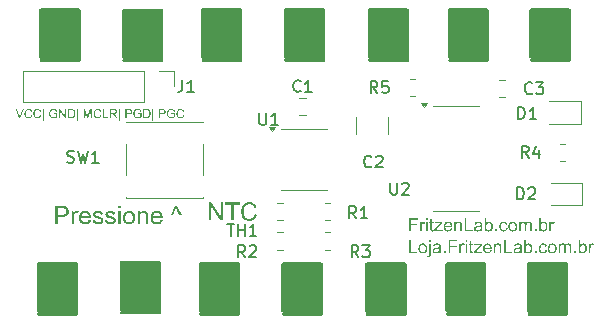
<source format=gbr>
%TF.GenerationSoftware,KiCad,Pcbnew,8.0.6*%
%TF.CreationDate,2024-11-04T13:00:15-03:00*%
%TF.ProjectId,chaveiro-fritzenlab,63686176-6569-4726-9f2d-667269747a65,rev?*%
%TF.SameCoordinates,Original*%
%TF.FileFunction,Legend,Top*%
%TF.FilePolarity,Positive*%
%FSLAX46Y46*%
G04 Gerber Fmt 4.6, Leading zero omitted, Abs format (unit mm)*
G04 Created by KiCad (PCBNEW 8.0.6) date 2024-11-04 13:00:15*
%MOMM*%
%LPD*%
G01*
G04 APERTURE LIST*
%ADD10C,0.187500*%
%ADD11C,0.150000*%
%ADD12C,0.120000*%
G04 APERTURE END LIST*
D10*
G36*
X116460833Y-84645000D02*
G01*
X116460833Y-83120924D01*
X116665631Y-83120924D01*
X117459176Y-84317470D01*
X117459176Y-83120924D01*
X117650785Y-83120924D01*
X117650785Y-84645000D01*
X117445987Y-84645000D01*
X116652442Y-83447355D01*
X116652442Y-84645000D01*
X116460833Y-84645000D01*
G37*
G36*
X118362264Y-84645000D02*
G01*
X118362264Y-83296779D01*
X117864741Y-83296779D01*
X117864741Y-83120924D01*
X119062020Y-83120924D01*
X119062020Y-83296779D01*
X118562299Y-83296779D01*
X118562299Y-84645000D01*
X118362264Y-84645000D01*
G37*
G36*
X120338066Y-84105711D02*
G01*
X120538101Y-84156270D01*
X120515959Y-84231453D01*
X120488914Y-84300840D01*
X120449991Y-84376454D01*
X120404009Y-84443722D01*
X120350969Y-84502644D01*
X120311688Y-84537288D01*
X120247988Y-84581862D01*
X120179162Y-84617213D01*
X120105209Y-84643342D01*
X120026130Y-84660249D01*
X119941925Y-84667934D01*
X119912718Y-84668447D01*
X119838581Y-84666005D01*
X119755496Y-84656628D01*
X119678826Y-84640219D01*
X119608570Y-84616778D01*
X119534711Y-84580541D01*
X119515212Y-84568429D01*
X119451862Y-84520394D01*
X119395490Y-84463804D01*
X119346095Y-84398658D01*
X119303677Y-84324957D01*
X119282571Y-84279002D01*
X119255429Y-84206856D01*
X119233902Y-84132754D01*
X119217991Y-84056693D01*
X119207695Y-83978674D01*
X119203016Y-83898698D01*
X119202704Y-83871605D01*
X119205872Y-83784716D01*
X119215378Y-83702104D01*
X119231220Y-83623768D01*
X119253399Y-83549708D01*
X119281916Y-83479924D01*
X119292829Y-83457613D01*
X119335906Y-83384423D01*
X119386275Y-83319368D01*
X119443937Y-83262447D01*
X119508893Y-83213660D01*
X119549284Y-83189434D01*
X119623791Y-83153603D01*
X119701454Y-83126573D01*
X119782273Y-83108343D01*
X119866247Y-83098914D01*
X119915648Y-83097477D01*
X119998153Y-83101586D01*
X120075584Y-83113912D01*
X120147939Y-83134455D01*
X120225940Y-83168809D01*
X120297034Y-83214347D01*
X120360186Y-83270036D01*
X120414362Y-83334841D01*
X120453654Y-83397644D01*
X120486352Y-83467144D01*
X120512456Y-83543342D01*
X120315352Y-83589870D01*
X120290152Y-83520522D01*
X120255771Y-83452001D01*
X120209976Y-83388599D01*
X120162944Y-83344406D01*
X120095425Y-83303834D01*
X120017887Y-83278289D01*
X119939538Y-83268146D01*
X119911618Y-83267470D01*
X119838201Y-83271502D01*
X119760949Y-83285985D01*
X119690796Y-83311001D01*
X119620359Y-83351734D01*
X119560097Y-83403682D01*
X119510789Y-83464730D01*
X119472435Y-83534877D01*
X119455861Y-83577780D01*
X119435185Y-83649244D01*
X119420416Y-83721853D01*
X119411554Y-83795607D01*
X119408600Y-83870505D01*
X119411283Y-83953250D01*
X119419329Y-84031261D01*
X119432741Y-84104538D01*
X119454637Y-84182488D01*
X119464654Y-84210125D01*
X119496734Y-84277925D01*
X119542075Y-84343307D01*
X119597211Y-84397156D01*
X119639410Y-84426646D01*
X119707716Y-84461358D01*
X119779093Y-84484709D01*
X119853543Y-84496701D01*
X119896231Y-84498454D01*
X119976923Y-84492271D01*
X120051203Y-84473724D01*
X120119072Y-84442812D01*
X120180530Y-84399535D01*
X120234065Y-84344077D01*
X120278166Y-84276620D01*
X120309016Y-84207753D01*
X120332643Y-84129700D01*
X120338066Y-84105711D01*
G37*
G36*
X133427079Y-85565000D02*
G01*
X133427079Y-84447344D01*
X134174242Y-84447344D01*
X134174242Y-84576304D01*
X133573503Y-84576304D01*
X133573503Y-84928796D01*
X134093374Y-84928796D01*
X134093374Y-85057756D01*
X133573503Y-85057756D01*
X133573503Y-85565000D01*
X133427079Y-85565000D01*
G37*
G36*
X134340816Y-85565000D02*
G01*
X134340816Y-84756849D01*
X134463328Y-84756849D01*
X134463328Y-84880704D01*
X134491837Y-84832549D01*
X134526781Y-84787127D01*
X134549570Y-84767058D01*
X134599630Y-84744177D01*
X134637156Y-84739654D01*
X134693393Y-84746926D01*
X134745935Y-84766547D01*
X134776863Y-84783715D01*
X134730115Y-84910795D01*
X134680143Y-84888831D01*
X134630170Y-84881510D01*
X134575569Y-84893197D01*
X134550108Y-84908646D01*
X134513754Y-84950415D01*
X134499598Y-84983335D01*
X134485682Y-85039869D01*
X134478568Y-85095076D01*
X134476762Y-85142655D01*
X134476762Y-85565000D01*
X134340816Y-85565000D01*
G37*
G36*
X134855851Y-84602096D02*
G01*
X134855851Y-84447344D01*
X134991796Y-84447344D01*
X134991796Y-84602096D01*
X134855851Y-84602096D01*
G37*
G36*
X134855851Y-85565000D02*
G01*
X134855851Y-84756849D01*
X134991796Y-84756849D01*
X134991796Y-85565000D01*
X134855851Y-85565000D01*
G37*
G36*
X135493667Y-85440338D02*
G01*
X135513279Y-85565000D01*
X135458874Y-85577896D01*
X135410648Y-85582194D01*
X135355898Y-85578292D01*
X135303609Y-85562777D01*
X135295659Y-85558551D01*
X135254058Y-85522890D01*
X135238164Y-85495952D01*
X135226401Y-85440850D01*
X135222560Y-85383192D01*
X135221775Y-85332871D01*
X135221775Y-84864316D01*
X135121831Y-84864316D01*
X135121831Y-84756849D01*
X135221775Y-84756849D01*
X135221775Y-84561796D01*
X135356915Y-84481734D01*
X135356915Y-84756849D01*
X135493667Y-84756849D01*
X135493667Y-84864316D01*
X135356915Y-84864316D01*
X135356915Y-85343886D01*
X135359378Y-85399654D01*
X135363900Y-85420457D01*
X135387274Y-85447592D01*
X135434023Y-85457533D01*
X135486842Y-85443411D01*
X135493667Y-85440338D01*
G37*
G36*
X135552773Y-85565000D02*
G01*
X135552773Y-85455652D01*
X136063510Y-84864047D01*
X136006109Y-84866647D01*
X135949065Y-84868253D01*
X135910101Y-84868614D01*
X135582864Y-84868614D01*
X135582864Y-84756849D01*
X136238681Y-84756849D01*
X136238681Y-84846852D01*
X135804246Y-85361618D01*
X135720422Y-85455652D01*
X135776412Y-85452110D01*
X135830197Y-85449880D01*
X135886816Y-85448942D01*
X135891831Y-85448935D01*
X136262861Y-85448935D01*
X136262861Y-85565000D01*
X135552773Y-85565000D01*
G37*
G36*
X136781627Y-84743593D02*
G01*
X136835743Y-84755409D01*
X136893625Y-84779151D01*
X136945850Y-84813614D01*
X136986113Y-84851688D01*
X137020808Y-84896903D01*
X137048326Y-84948522D01*
X137068665Y-85006544D01*
X137080130Y-85059789D01*
X137086611Y-85117480D01*
X137088206Y-85166835D01*
X137087669Y-85203911D01*
X136489078Y-85203911D01*
X136495224Y-85257556D01*
X136509236Y-85311780D01*
X136533912Y-85363751D01*
X136563768Y-85401919D01*
X136609142Y-85438047D01*
X136660971Y-85460794D01*
X136719254Y-85470161D01*
X136731685Y-85470429D01*
X136788778Y-85463999D01*
X136842231Y-85442695D01*
X136859302Y-85431472D01*
X136898669Y-85392149D01*
X136928554Y-85342233D01*
X136943126Y-85307079D01*
X137083907Y-85324274D01*
X137066620Y-85375250D01*
X137040219Y-85427086D01*
X137006732Y-85472071D01*
X136966159Y-85510205D01*
X136960589Y-85514490D01*
X136912481Y-85544111D01*
X136858160Y-85565268D01*
X136805532Y-85576839D01*
X136748148Y-85581930D01*
X136730879Y-85582194D01*
X136667447Y-85578369D01*
X136609135Y-85566893D01*
X136555942Y-85547766D01*
X136507868Y-85520988D01*
X136464914Y-85486560D01*
X136451734Y-85473384D01*
X136416673Y-85429400D01*
X136388866Y-85379258D01*
X136368312Y-85322958D01*
X136355013Y-85260499D01*
X136349472Y-85203746D01*
X136348565Y-85167641D01*
X136351110Y-85106308D01*
X136353011Y-85092145D01*
X136496601Y-85092145D01*
X136944738Y-85092145D01*
X136936986Y-85036810D01*
X136920411Y-84980607D01*
X136893422Y-84933632D01*
X136853811Y-84893891D01*
X136802670Y-84864988D01*
X136750227Y-84852704D01*
X136724968Y-84851420D01*
X136669277Y-84857821D01*
X136614745Y-84879652D01*
X136571286Y-84912941D01*
X136567260Y-84916974D01*
X136533000Y-84962249D01*
X136509812Y-85016129D01*
X136498409Y-85071980D01*
X136496601Y-85092145D01*
X136353011Y-85092145D01*
X136358745Y-85049422D01*
X136371470Y-84996983D01*
X136393459Y-84939927D01*
X136422777Y-84889275D01*
X136452808Y-84851957D01*
X136494081Y-84813792D01*
X136539718Y-84783522D01*
X136589718Y-84761150D01*
X136644082Y-84746673D01*
X136702810Y-84740093D01*
X136723356Y-84739654D01*
X136781627Y-84743593D01*
G37*
G36*
X137250481Y-85565000D02*
G01*
X137250481Y-84756849D01*
X137372725Y-84756849D01*
X137372725Y-84870226D01*
X137408639Y-84825852D01*
X137450088Y-84790659D01*
X137505441Y-84761204D01*
X137558883Y-84745902D01*
X137617859Y-84739782D01*
X137628227Y-84739654D01*
X137685215Y-84743999D01*
X137738301Y-84757036D01*
X137761486Y-84765983D01*
X137808936Y-84791975D01*
X137848682Y-84829488D01*
X137852564Y-84834762D01*
X137879665Y-84884414D01*
X137895013Y-84935781D01*
X137900883Y-84992181D01*
X137902470Y-85051441D01*
X137902536Y-85068771D01*
X137902536Y-85565000D01*
X137766591Y-85565000D01*
X137766591Y-85072264D01*
X137764361Y-85015365D01*
X137755306Y-84961031D01*
X137750739Y-84947065D01*
X137721270Y-84901623D01*
X137694319Y-84880704D01*
X137644476Y-84860501D01*
X137599480Y-84855718D01*
X137542612Y-84862290D01*
X137491333Y-84882005D01*
X137449563Y-84911332D01*
X137416269Y-84955878D01*
X137396847Y-85012703D01*
X137388646Y-85067861D01*
X137386427Y-85122773D01*
X137386427Y-85565000D01*
X137250481Y-85565000D01*
G37*
G36*
X138118276Y-85565000D02*
G01*
X138118276Y-84447344D01*
X138264968Y-84447344D01*
X138264968Y-85436039D01*
X138810362Y-85436039D01*
X138810362Y-85565000D01*
X138118276Y-85565000D01*
G37*
G36*
X139357520Y-84741588D02*
G01*
X139411159Y-84748273D01*
X139465621Y-84762599D01*
X139469672Y-84764103D01*
X139519326Y-84787677D01*
X139562060Y-84822802D01*
X139563974Y-84825090D01*
X139592347Y-84872704D01*
X139606423Y-84918318D01*
X139611854Y-84975377D01*
X139613114Y-85033157D01*
X139613140Y-85044323D01*
X139613140Y-85226748D01*
X139613350Y-85282934D01*
X139614156Y-85341319D01*
X139615860Y-85396971D01*
X139619722Y-85453192D01*
X139621737Y-85468011D01*
X139635934Y-85520540D01*
X139656395Y-85565000D01*
X139514270Y-85565000D01*
X139495238Y-85511444D01*
X139487135Y-85463443D01*
X139445094Y-85496998D01*
X139399378Y-85527202D01*
X139350304Y-85551820D01*
X139341517Y-85555327D01*
X139287692Y-85571699D01*
X139230994Y-85580515D01*
X139191601Y-85582194D01*
X139136689Y-85579070D01*
X139081079Y-85567849D01*
X139027630Y-85545471D01*
X138988220Y-85516908D01*
X138950817Y-85472562D01*
X138927266Y-85421132D01*
X138917569Y-85362619D01*
X138917292Y-85350066D01*
X138917765Y-85345767D01*
X139062372Y-85345767D01*
X139073973Y-85399340D01*
X139103478Y-85437920D01*
X139150591Y-85464339D01*
X139204887Y-85474152D01*
X139224110Y-85474727D01*
X139280656Y-85469854D01*
X139336286Y-85453574D01*
X139363817Y-85440069D01*
X139408222Y-85407479D01*
X139444043Y-85362960D01*
X139453820Y-85344692D01*
X139469633Y-85291318D01*
X139475313Y-85234508D01*
X139475851Y-85207135D01*
X139475851Y-85156625D01*
X139422291Y-85174398D01*
X139369053Y-85187370D01*
X139314893Y-85197811D01*
X139253663Y-85207404D01*
X139197671Y-85217088D01*
X139144408Y-85231294D01*
X139134912Y-85235076D01*
X139090270Y-85267695D01*
X139081179Y-85279944D01*
X139063033Y-85332402D01*
X139062372Y-85345767D01*
X138917765Y-85345767D01*
X138923195Y-85296452D01*
X138942506Y-85244339D01*
X138944159Y-85241256D01*
X138975122Y-85196791D01*
X139014281Y-85162267D01*
X139063634Y-85134676D01*
X139112344Y-85117131D01*
X139166403Y-85105941D01*
X139223295Y-85097690D01*
X139233244Y-85096444D01*
X139291953Y-85088724D01*
X139352735Y-85079049D01*
X139412031Y-85067110D01*
X139465773Y-85052555D01*
X139475851Y-85049159D01*
X139476388Y-85013695D01*
X139470985Y-84958672D01*
X139449037Y-84909128D01*
X139437969Y-84897362D01*
X139391737Y-84869366D01*
X139336812Y-84855054D01*
X139282948Y-84851420D01*
X139227908Y-84854568D01*
X139174812Y-84866658D01*
X139141360Y-84883660D01*
X139103736Y-84924747D01*
X139079533Y-84977928D01*
X139073656Y-84997575D01*
X138940666Y-84979305D01*
X138955956Y-84926193D01*
X138978864Y-84876869D01*
X139000310Y-84845778D01*
X139040220Y-84808204D01*
X139087843Y-84780447D01*
X139120404Y-84767327D01*
X139177476Y-84751572D01*
X139234484Y-84742924D01*
X139289964Y-84739762D01*
X139302829Y-84739654D01*
X139357520Y-84741588D01*
G37*
G36*
X139955153Y-84847658D02*
G01*
X139995160Y-84805575D01*
X140039717Y-84773827D01*
X140096213Y-84750201D01*
X140150523Y-84740603D01*
X140175191Y-84739654D01*
X140229508Y-84743886D01*
X140285879Y-84758020D01*
X140315167Y-84769745D01*
X140365009Y-84798010D01*
X140407136Y-84834346D01*
X140423977Y-84853838D01*
X140455626Y-84901657D01*
X140479409Y-84952410D01*
X140490875Y-84984947D01*
X140504642Y-85038859D01*
X140512694Y-85095311D01*
X140515055Y-85148834D01*
X140512563Y-85211270D01*
X140505085Y-85269115D01*
X140492623Y-85322368D01*
X140471087Y-85380212D01*
X140442374Y-85431443D01*
X140412962Y-85469085D01*
X140373332Y-85507525D01*
X140323445Y-85542319D01*
X140269624Y-85566288D01*
X140211868Y-85579433D01*
X140168206Y-85582194D01*
X140109062Y-85576525D01*
X140055755Y-85559516D01*
X140008285Y-85531168D01*
X139966651Y-85491481D01*
X139945481Y-85463712D01*
X139945481Y-85565000D01*
X139819207Y-85565000D01*
X139819207Y-85154745D01*
X139943869Y-85154745D01*
X139945746Y-85214478D01*
X139952488Y-85273299D01*
X139965933Y-85327431D01*
X139983094Y-85364842D01*
X140018038Y-85411036D01*
X140064133Y-85447229D01*
X140117412Y-85466717D01*
X140156922Y-85470429D01*
X140210309Y-85462820D01*
X140258974Y-85439994D01*
X140302915Y-85401950D01*
X140311137Y-85392515D01*
X140342566Y-85342632D01*
X140361868Y-85288122D01*
X140372091Y-85232574D01*
X140376091Y-85169699D01*
X140376154Y-85160118D01*
X140373963Y-85103695D01*
X140365867Y-85045245D01*
X140349311Y-84988175D01*
X140321372Y-84936374D01*
X140313824Y-84926646D01*
X140272322Y-84886976D01*
X140220791Y-84860309D01*
X140163101Y-84851420D01*
X140109714Y-84859028D01*
X140061050Y-84881855D01*
X140017108Y-84919898D01*
X140008886Y-84929333D01*
X139977457Y-84978664D01*
X139958155Y-85031755D01*
X139947933Y-85085345D01*
X139943932Y-85145594D01*
X139943869Y-85154745D01*
X139819207Y-85154745D01*
X139819207Y-84447344D01*
X139955153Y-84447344D01*
X139955153Y-84847658D01*
G37*
G36*
X140714944Y-85565000D02*
G01*
X140714944Y-85410247D01*
X140869965Y-85410247D01*
X140869965Y-85565000D01*
X140714944Y-85565000D01*
G37*
G36*
X141627875Y-85272690D02*
G01*
X141761671Y-85290153D01*
X141748767Y-85347258D01*
X141729332Y-85398681D01*
X141699124Y-85450492D01*
X141660385Y-85494881D01*
X141649368Y-85504818D01*
X141601646Y-85538670D01*
X141548752Y-85562850D01*
X141490686Y-85577358D01*
X141435636Y-85582119D01*
X141427449Y-85582194D01*
X141367956Y-85578397D01*
X141312997Y-85567006D01*
X141262571Y-85548021D01*
X141209472Y-85516274D01*
X141168869Y-85480835D01*
X141162543Y-85474190D01*
X141128578Y-85430291D01*
X141101640Y-85379800D01*
X141081729Y-85322715D01*
X141070505Y-85270109D01*
X141064161Y-85212924D01*
X141062599Y-85163879D01*
X141064656Y-85108323D01*
X141072044Y-85048670D01*
X141084806Y-84993115D01*
X141102941Y-84941657D01*
X141105586Y-84935512D01*
X141133445Y-84884241D01*
X141168359Y-84840747D01*
X141210330Y-84805032D01*
X141236695Y-84788551D01*
X141287476Y-84764915D01*
X141340679Y-84749013D01*
X141396305Y-84740848D01*
X141428255Y-84739654D01*
X141483209Y-84742830D01*
X141540410Y-84754235D01*
X141591633Y-84773936D01*
X141642114Y-84806015D01*
X141684224Y-84847742D01*
X141716855Y-84898267D01*
X141737903Y-84950565D01*
X141748775Y-84994351D01*
X141616591Y-85014769D01*
X141600048Y-84963596D01*
X141571656Y-84915480D01*
X141549424Y-84892526D01*
X141500162Y-84863021D01*
X141446196Y-84851781D01*
X141433628Y-84851420D01*
X141378808Y-84857285D01*
X141325074Y-84877561D01*
X141278897Y-84912320D01*
X141266517Y-84925572D01*
X141235478Y-84974104D01*
X141216415Y-85028698D01*
X141206319Y-85085311D01*
X141202557Y-85140406D01*
X141202306Y-85160118D01*
X141204488Y-85218046D01*
X141212549Y-85277726D01*
X141229034Y-85335511D01*
X141256853Y-85387231D01*
X141264368Y-85396814D01*
X141306830Y-85435634D01*
X141356638Y-85460077D01*
X141413793Y-85470141D01*
X141426106Y-85470429D01*
X141482412Y-85463628D01*
X141534970Y-85440912D01*
X141559633Y-85422069D01*
X141594417Y-85378267D01*
X141616611Y-85325239D01*
X141627875Y-85272690D01*
G37*
G36*
X142259266Y-84743489D02*
G01*
X142314953Y-84754993D01*
X142366389Y-84774167D01*
X142413575Y-84801011D01*
X142456510Y-84835524D01*
X142469877Y-84848733D01*
X142505578Y-84892465D01*
X142533892Y-84942053D01*
X142554819Y-84997497D01*
X142568361Y-85058797D01*
X142574003Y-85114354D01*
X142574926Y-85149640D01*
X142573292Y-85205641D01*
X142567255Y-85265079D01*
X142556770Y-85318166D01*
X142539340Y-85371060D01*
X142528447Y-85394396D01*
X142498944Y-85441424D01*
X142462726Y-85482162D01*
X142419792Y-85516609D01*
X142393039Y-85533028D01*
X142341871Y-85556795D01*
X142288110Y-85572784D01*
X142231757Y-85580994D01*
X142199330Y-85582194D01*
X142138426Y-85578378D01*
X142082056Y-85566931D01*
X142030220Y-85547851D01*
X141982918Y-85521140D01*
X141940150Y-85486796D01*
X141926901Y-85473653D01*
X141891566Y-85429587D01*
X141863542Y-85378796D01*
X141842828Y-85321281D01*
X141831151Y-85268214D01*
X141824552Y-85210476D01*
X141822927Y-85160924D01*
X141822937Y-85160655D01*
X141962903Y-85160655D01*
X141965264Y-85216150D01*
X141973988Y-85273970D01*
X141991829Y-85330919D01*
X142018066Y-85378128D01*
X142030069Y-85393321D01*
X142070613Y-85430595D01*
X142122143Y-85457703D01*
X142180494Y-85469751D01*
X142199330Y-85470429D01*
X142253605Y-85464287D01*
X142307580Y-85443056D01*
X142354890Y-85406660D01*
X142367784Y-85392784D01*
X142400252Y-85342669D01*
X142420192Y-85287311D01*
X142430753Y-85230526D01*
X142434688Y-85175652D01*
X142434951Y-85156088D01*
X142432570Y-85102338D01*
X142423777Y-85046124D01*
X142405793Y-84990442D01*
X142375445Y-84938720D01*
X142367247Y-84928796D01*
X142326700Y-84891392D01*
X142275517Y-84864190D01*
X142217879Y-84852100D01*
X142199330Y-84851420D01*
X142144665Y-84857498D01*
X142090407Y-84878508D01*
X142042970Y-84914526D01*
X142030069Y-84928258D01*
X141997601Y-84977707D01*
X141977661Y-85032116D01*
X141967100Y-85087796D01*
X141963165Y-85141518D01*
X141962903Y-85160655D01*
X141822937Y-85160655D01*
X141824866Y-85106784D01*
X141832745Y-85044196D01*
X141846685Y-84987263D01*
X141866686Y-84935984D01*
X141898686Y-84881913D01*
X141939415Y-84835984D01*
X141947051Y-84829120D01*
X141994477Y-84794260D01*
X142046249Y-84767962D01*
X142102366Y-84750226D01*
X142162829Y-84741052D01*
X142199330Y-84739654D01*
X142259266Y-84743489D01*
G37*
G36*
X142730216Y-85565000D02*
G01*
X142730216Y-84756849D01*
X142851922Y-84756849D01*
X142851922Y-84868614D01*
X142886607Y-84825188D01*
X142929539Y-84789211D01*
X142952135Y-84775118D01*
X143001704Y-84753507D01*
X143056109Y-84741871D01*
X143095066Y-84739654D01*
X143152579Y-84743972D01*
X143206632Y-84758530D01*
X143241221Y-84776193D01*
X143284814Y-84813769D01*
X143315448Y-84862557D01*
X143321821Y-84878555D01*
X143359508Y-84831350D01*
X143401237Y-84793912D01*
X143455031Y-84762578D01*
X143514327Y-84744537D01*
X143569532Y-84739654D01*
X143625851Y-84743818D01*
X143680941Y-84758459D01*
X143731883Y-84787089D01*
X143753300Y-84806284D01*
X143787162Y-84854791D01*
X143806914Y-84910471D01*
X143815944Y-84969527D01*
X143817512Y-85011008D01*
X143817512Y-85565000D01*
X143682103Y-85565000D01*
X143682103Y-85054801D01*
X143680252Y-84999476D01*
X143672024Y-84946045D01*
X143668939Y-84936318D01*
X143638772Y-84891536D01*
X143620847Y-84878018D01*
X143570152Y-84858353D01*
X143539441Y-84855718D01*
X143484655Y-84862449D01*
X143432636Y-84885143D01*
X143398928Y-84912676D01*
X143367112Y-84959745D01*
X143349649Y-85016585D01*
X143343537Y-85071691D01*
X143343046Y-85094563D01*
X143343046Y-85565000D01*
X143206831Y-85565000D01*
X143206831Y-85038681D01*
X143202895Y-84981277D01*
X143188092Y-84927352D01*
X143173517Y-84901660D01*
X143129858Y-84867204D01*
X143074246Y-84855898D01*
X143064975Y-84855718D01*
X143009630Y-84863375D01*
X142958583Y-84886346D01*
X142916604Y-84923825D01*
X142889326Y-84971894D01*
X142887923Y-84975544D01*
X142873833Y-85031734D01*
X142867883Y-85086663D01*
X142866161Y-85144804D01*
X142866161Y-85565000D01*
X142730216Y-85565000D01*
G37*
G36*
X144050715Y-85565000D02*
G01*
X144050715Y-85410247D01*
X144205736Y-85410247D01*
X144205736Y-85565000D01*
X144050715Y-85565000D01*
G37*
G36*
X144575153Y-84847658D02*
G01*
X144615160Y-84805575D01*
X144659717Y-84773827D01*
X144716213Y-84750201D01*
X144770523Y-84740603D01*
X144795191Y-84739654D01*
X144849508Y-84743886D01*
X144905879Y-84758020D01*
X144935167Y-84769745D01*
X144985009Y-84798010D01*
X145027136Y-84834346D01*
X145043977Y-84853838D01*
X145075626Y-84901657D01*
X145099409Y-84952410D01*
X145110875Y-84984947D01*
X145124642Y-85038859D01*
X145132694Y-85095311D01*
X145135055Y-85148834D01*
X145132563Y-85211270D01*
X145125085Y-85269115D01*
X145112623Y-85322368D01*
X145091087Y-85380212D01*
X145062374Y-85431443D01*
X145032962Y-85469085D01*
X144993332Y-85507525D01*
X144943445Y-85542319D01*
X144889624Y-85566288D01*
X144831868Y-85579433D01*
X144788206Y-85582194D01*
X144729062Y-85576525D01*
X144675755Y-85559516D01*
X144628285Y-85531168D01*
X144586651Y-85491481D01*
X144565481Y-85463712D01*
X144565481Y-85565000D01*
X144439207Y-85565000D01*
X144439207Y-85154745D01*
X144563869Y-85154745D01*
X144565746Y-85214478D01*
X144572488Y-85273299D01*
X144585933Y-85327431D01*
X144603094Y-85364842D01*
X144638038Y-85411036D01*
X144684133Y-85447229D01*
X144737412Y-85466717D01*
X144776922Y-85470429D01*
X144830309Y-85462820D01*
X144878974Y-85439994D01*
X144922915Y-85401950D01*
X144931137Y-85392515D01*
X144962566Y-85342632D01*
X144981868Y-85288122D01*
X144992091Y-85232574D01*
X144996091Y-85169699D01*
X144996154Y-85160118D01*
X144993963Y-85103695D01*
X144985867Y-85045245D01*
X144969311Y-84988175D01*
X144941372Y-84936374D01*
X144933824Y-84926646D01*
X144892322Y-84886976D01*
X144840791Y-84860309D01*
X144783101Y-84851420D01*
X144729714Y-84859028D01*
X144681050Y-84881855D01*
X144637108Y-84919898D01*
X144628886Y-84929333D01*
X144597457Y-84978664D01*
X144578155Y-85031755D01*
X144567933Y-85085345D01*
X144563932Y-85145594D01*
X144563869Y-85154745D01*
X144439207Y-85154745D01*
X144439207Y-84447344D01*
X144575153Y-84447344D01*
X144575153Y-84847658D01*
G37*
G36*
X145294912Y-85565000D02*
G01*
X145294912Y-84756849D01*
X145417424Y-84756849D01*
X145417424Y-84880704D01*
X145445934Y-84832549D01*
X145480877Y-84787127D01*
X145503667Y-84767058D01*
X145553726Y-84744177D01*
X145591252Y-84739654D01*
X145647490Y-84746926D01*
X145700031Y-84766547D01*
X145730959Y-84783715D01*
X145684211Y-84910795D01*
X145634239Y-84888831D01*
X145584267Y-84881510D01*
X145529665Y-84893197D01*
X145504204Y-84908646D01*
X145467850Y-84950415D01*
X145453695Y-84983335D01*
X145439778Y-85039869D01*
X145432664Y-85095076D01*
X145430858Y-85142655D01*
X145430858Y-85565000D01*
X145294912Y-85565000D01*
G37*
G36*
X133413377Y-87413000D02*
G01*
X133413377Y-86295344D01*
X133560069Y-86295344D01*
X133560069Y-87284039D01*
X134105464Y-87284039D01*
X134105464Y-87413000D01*
X133413377Y-87413000D01*
G37*
G36*
X134644165Y-86591489D02*
G01*
X134699852Y-86602993D01*
X134751288Y-86622167D01*
X134798474Y-86649011D01*
X134841409Y-86683524D01*
X134854776Y-86696733D01*
X134890476Y-86740465D01*
X134918790Y-86790053D01*
X134939718Y-86845497D01*
X134953259Y-86906797D01*
X134958902Y-86962354D01*
X134959825Y-86997640D01*
X134958191Y-87053641D01*
X134952154Y-87113079D01*
X134941669Y-87166166D01*
X134924239Y-87219060D01*
X134913346Y-87242396D01*
X134883843Y-87289424D01*
X134847625Y-87330162D01*
X134804691Y-87364609D01*
X134777937Y-87381028D01*
X134726770Y-87404795D01*
X134673009Y-87420784D01*
X134616656Y-87428994D01*
X134584228Y-87430194D01*
X134523325Y-87426378D01*
X134466955Y-87414931D01*
X134415119Y-87395851D01*
X134367817Y-87369140D01*
X134325049Y-87334796D01*
X134311800Y-87321653D01*
X134276465Y-87277587D01*
X134248441Y-87226796D01*
X134227727Y-87169281D01*
X134216050Y-87116214D01*
X134209450Y-87058476D01*
X134207826Y-87008924D01*
X134207836Y-87008655D01*
X134347801Y-87008655D01*
X134350163Y-87064150D01*
X134358886Y-87121970D01*
X134376728Y-87178919D01*
X134402965Y-87226128D01*
X134414968Y-87241321D01*
X134455512Y-87278595D01*
X134507042Y-87305703D01*
X134565393Y-87317751D01*
X134584228Y-87318429D01*
X134638504Y-87312287D01*
X134692478Y-87291056D01*
X134739789Y-87254660D01*
X134752683Y-87240784D01*
X134785151Y-87190669D01*
X134805091Y-87135311D01*
X134815652Y-87078526D01*
X134819587Y-87023652D01*
X134819849Y-87004088D01*
X134817469Y-86950338D01*
X134808676Y-86894124D01*
X134790692Y-86838442D01*
X134760344Y-86786720D01*
X134752145Y-86776796D01*
X134711599Y-86739392D01*
X134660416Y-86712190D01*
X134602778Y-86700100D01*
X134584228Y-86699420D01*
X134529564Y-86705498D01*
X134475305Y-86726508D01*
X134427869Y-86762526D01*
X134414968Y-86776258D01*
X134382500Y-86825707D01*
X134362560Y-86880116D01*
X134351999Y-86935796D01*
X134348064Y-86989518D01*
X134347801Y-87008655D01*
X134207836Y-87008655D01*
X134209765Y-86954784D01*
X134217644Y-86892196D01*
X134231584Y-86835263D01*
X134251584Y-86783984D01*
X134283585Y-86729913D01*
X134324313Y-86683984D01*
X134331950Y-86677120D01*
X134379376Y-86642260D01*
X134431148Y-86615962D01*
X134487265Y-86598226D01*
X134547727Y-86589052D01*
X134584228Y-86587654D01*
X134644165Y-86591489D01*
G37*
G36*
X135114309Y-86450096D02*
G01*
X135114309Y-86295344D01*
X135250254Y-86295344D01*
X135250254Y-86450096D01*
X135114309Y-86450096D01*
G37*
G36*
X134942093Y-87725728D02*
G01*
X134967616Y-87612888D01*
X135020766Y-87623120D01*
X135031828Y-87623635D01*
X135083941Y-87606580D01*
X135093890Y-87595693D01*
X135109822Y-87542633D01*
X135113990Y-87483088D01*
X135114309Y-87456524D01*
X135114309Y-86604849D01*
X135250254Y-86604849D01*
X135250254Y-87456255D01*
X135248416Y-87517053D01*
X135241812Y-87575959D01*
X135228643Y-87628739D01*
X135211835Y-87663666D01*
X135174757Y-87703761D01*
X135124980Y-87729007D01*
X135069323Y-87739030D01*
X135048485Y-87739699D01*
X134994349Y-87736206D01*
X134942093Y-87725728D01*
G37*
G36*
X135850877Y-86589588D02*
G01*
X135904516Y-86596273D01*
X135958977Y-86610599D01*
X135963028Y-86612103D01*
X136012682Y-86635677D01*
X136055416Y-86670802D01*
X136057330Y-86673090D01*
X136085704Y-86720704D01*
X136099780Y-86766318D01*
X136105211Y-86823377D01*
X136106470Y-86881157D01*
X136106496Y-86892323D01*
X136106496Y-87074748D01*
X136106706Y-87130934D01*
X136107512Y-87189319D01*
X136109217Y-87244971D01*
X136113079Y-87301192D01*
X136115094Y-87316011D01*
X136129291Y-87368540D01*
X136149752Y-87413000D01*
X136007627Y-87413000D01*
X135988595Y-87359444D01*
X135980491Y-87311443D01*
X135938450Y-87344998D01*
X135892735Y-87375202D01*
X135843660Y-87399820D01*
X135834874Y-87403327D01*
X135781048Y-87419699D01*
X135724351Y-87428515D01*
X135684958Y-87430194D01*
X135630045Y-87427070D01*
X135574435Y-87415849D01*
X135520987Y-87393471D01*
X135481577Y-87364908D01*
X135444173Y-87320562D01*
X135420623Y-87269132D01*
X135410926Y-87210619D01*
X135410648Y-87198066D01*
X135411121Y-87193767D01*
X135555729Y-87193767D01*
X135567330Y-87247340D01*
X135596835Y-87285920D01*
X135643947Y-87312339D01*
X135698244Y-87322152D01*
X135717466Y-87322727D01*
X135774012Y-87317854D01*
X135829643Y-87301574D01*
X135857173Y-87288069D01*
X135901579Y-87255479D01*
X135937400Y-87210960D01*
X135947177Y-87192692D01*
X135962990Y-87139318D01*
X135968670Y-87082508D01*
X135969207Y-87055135D01*
X135969207Y-87004625D01*
X135915647Y-87022398D01*
X135862409Y-87035370D01*
X135808250Y-87045811D01*
X135747020Y-87055404D01*
X135691028Y-87065088D01*
X135637765Y-87079294D01*
X135628269Y-87083076D01*
X135583627Y-87115695D01*
X135574535Y-87127944D01*
X135556390Y-87180402D01*
X135555729Y-87193767D01*
X135411121Y-87193767D01*
X135416552Y-87144452D01*
X135435862Y-87092339D01*
X135437515Y-87089256D01*
X135468479Y-87044791D01*
X135507637Y-87010267D01*
X135556990Y-86982676D01*
X135605701Y-86965131D01*
X135659760Y-86953941D01*
X135716652Y-86945690D01*
X135726601Y-86944444D01*
X135785310Y-86936724D01*
X135846092Y-86927049D01*
X135905388Y-86915110D01*
X135959129Y-86900555D01*
X135969207Y-86897159D01*
X135969745Y-86861695D01*
X135964342Y-86806672D01*
X135942393Y-86757128D01*
X135931325Y-86745362D01*
X135885094Y-86717366D01*
X135830169Y-86703054D01*
X135776304Y-86699420D01*
X135721264Y-86702568D01*
X135668169Y-86714658D01*
X135634717Y-86731660D01*
X135597093Y-86772747D01*
X135572890Y-86825928D01*
X135567013Y-86845575D01*
X135434023Y-86827305D01*
X135449313Y-86774193D01*
X135472221Y-86724869D01*
X135493667Y-86693778D01*
X135533577Y-86656204D01*
X135581200Y-86628447D01*
X135613761Y-86615327D01*
X135670833Y-86599572D01*
X135727841Y-86590924D01*
X135783320Y-86587762D01*
X135796186Y-86587654D01*
X135850877Y-86589588D01*
G37*
G36*
X136351789Y-87413000D02*
G01*
X136351789Y-87258247D01*
X136506810Y-87258247D01*
X136506810Y-87413000D01*
X136351789Y-87413000D01*
G37*
G36*
X136766074Y-87413000D02*
G01*
X136766074Y-86295344D01*
X137513237Y-86295344D01*
X137513237Y-86424304D01*
X136912498Y-86424304D01*
X136912498Y-86776796D01*
X137432369Y-86776796D01*
X137432369Y-86905756D01*
X136912498Y-86905756D01*
X136912498Y-87413000D01*
X136766074Y-87413000D01*
G37*
G36*
X137679811Y-87413000D02*
G01*
X137679811Y-86604849D01*
X137802323Y-86604849D01*
X137802323Y-86728704D01*
X137830832Y-86680549D01*
X137865776Y-86635127D01*
X137888565Y-86615058D01*
X137938625Y-86592177D01*
X137976151Y-86587654D01*
X138032388Y-86594926D01*
X138084930Y-86614547D01*
X138115858Y-86631715D01*
X138069110Y-86758795D01*
X138019138Y-86736831D01*
X137969166Y-86729510D01*
X137914564Y-86741197D01*
X137889103Y-86756646D01*
X137852749Y-86798415D01*
X137838593Y-86831335D01*
X137824677Y-86887869D01*
X137817563Y-86943076D01*
X137815757Y-86990655D01*
X137815757Y-87413000D01*
X137679811Y-87413000D01*
G37*
G36*
X138194846Y-86450096D02*
G01*
X138194846Y-86295344D01*
X138330792Y-86295344D01*
X138330792Y-86450096D01*
X138194846Y-86450096D01*
G37*
G36*
X138194846Y-87413000D02*
G01*
X138194846Y-86604849D01*
X138330792Y-86604849D01*
X138330792Y-87413000D01*
X138194846Y-87413000D01*
G37*
G36*
X138832662Y-87288338D02*
G01*
X138852274Y-87413000D01*
X138797869Y-87425896D01*
X138749644Y-87430194D01*
X138694893Y-87426292D01*
X138642604Y-87410777D01*
X138634654Y-87406551D01*
X138593053Y-87370890D01*
X138577159Y-87343952D01*
X138565396Y-87288850D01*
X138561555Y-87231192D01*
X138560771Y-87180871D01*
X138560771Y-86712316D01*
X138460826Y-86712316D01*
X138460826Y-86604849D01*
X138560771Y-86604849D01*
X138560771Y-86409796D01*
X138695910Y-86329734D01*
X138695910Y-86604849D01*
X138832662Y-86604849D01*
X138832662Y-86712316D01*
X138695910Y-86712316D01*
X138695910Y-87191886D01*
X138698373Y-87247654D01*
X138702896Y-87268457D01*
X138726270Y-87295592D01*
X138773018Y-87305533D01*
X138825837Y-87291411D01*
X138832662Y-87288338D01*
G37*
G36*
X138891769Y-87413000D02*
G01*
X138891769Y-87303652D01*
X139402505Y-86712047D01*
X139345104Y-86714647D01*
X139288060Y-86716253D01*
X139249096Y-86716614D01*
X138921859Y-86716614D01*
X138921859Y-86604849D01*
X139577676Y-86604849D01*
X139577676Y-86694852D01*
X139143241Y-87209618D01*
X139059417Y-87303652D01*
X139115407Y-87300110D01*
X139169193Y-87297880D01*
X139225811Y-87296942D01*
X139230826Y-87296935D01*
X139601856Y-87296935D01*
X139601856Y-87413000D01*
X138891769Y-87413000D01*
G37*
G36*
X140120623Y-86591593D02*
G01*
X140174738Y-86603409D01*
X140232620Y-86627151D01*
X140284845Y-86661614D01*
X140325108Y-86699688D01*
X140359804Y-86744903D01*
X140387321Y-86796522D01*
X140407660Y-86854544D01*
X140419125Y-86907789D01*
X140425606Y-86965480D01*
X140427201Y-87014835D01*
X140426664Y-87051911D01*
X139828073Y-87051911D01*
X139834219Y-87105556D01*
X139848231Y-87159780D01*
X139872907Y-87211751D01*
X139902763Y-87249919D01*
X139948137Y-87286047D01*
X139999966Y-87308794D01*
X140058249Y-87318161D01*
X140070680Y-87318429D01*
X140127773Y-87311999D01*
X140181226Y-87290695D01*
X140198297Y-87279472D01*
X140237664Y-87240149D01*
X140267549Y-87190233D01*
X140282121Y-87155079D01*
X140422903Y-87172274D01*
X140405615Y-87223250D01*
X140379214Y-87275086D01*
X140345727Y-87320071D01*
X140305154Y-87358205D01*
X140299584Y-87362490D01*
X140251476Y-87392111D01*
X140197155Y-87413268D01*
X140144527Y-87424839D01*
X140087143Y-87429930D01*
X140069874Y-87430194D01*
X140006442Y-87426369D01*
X139948130Y-87414893D01*
X139894937Y-87395766D01*
X139846863Y-87368988D01*
X139803909Y-87334560D01*
X139790729Y-87321384D01*
X139755668Y-87277400D01*
X139727861Y-87227258D01*
X139707308Y-87170958D01*
X139694009Y-87108499D01*
X139688467Y-87051746D01*
X139687561Y-87015641D01*
X139690106Y-86954308D01*
X139692007Y-86940145D01*
X139835596Y-86940145D01*
X140283733Y-86940145D01*
X140275981Y-86884810D01*
X140259406Y-86828607D01*
X140232418Y-86781632D01*
X140192806Y-86741891D01*
X140141665Y-86712988D01*
X140089222Y-86700704D01*
X140063963Y-86699420D01*
X140008273Y-86705821D01*
X139953740Y-86727652D01*
X139910281Y-86760941D01*
X139906256Y-86764974D01*
X139871995Y-86810249D01*
X139848807Y-86864129D01*
X139837404Y-86919980D01*
X139835596Y-86940145D01*
X139692007Y-86940145D01*
X139697741Y-86897422D01*
X139710465Y-86844983D01*
X139732454Y-86787927D01*
X139761773Y-86737275D01*
X139791803Y-86699957D01*
X139833076Y-86661792D01*
X139878713Y-86631522D01*
X139928713Y-86609150D01*
X139983078Y-86594673D01*
X140041806Y-86588093D01*
X140062351Y-86587654D01*
X140120623Y-86591593D01*
G37*
G36*
X140589476Y-87413000D02*
G01*
X140589476Y-86604849D01*
X140711720Y-86604849D01*
X140711720Y-86718226D01*
X140747634Y-86673852D01*
X140789083Y-86638659D01*
X140844436Y-86609204D01*
X140897878Y-86593902D01*
X140956855Y-86587782D01*
X140967222Y-86587654D01*
X141024210Y-86591999D01*
X141077296Y-86605036D01*
X141100481Y-86613983D01*
X141147931Y-86639975D01*
X141187677Y-86677488D01*
X141191559Y-86682762D01*
X141218660Y-86732414D01*
X141234009Y-86783781D01*
X141239878Y-86840181D01*
X141241465Y-86899441D01*
X141241531Y-86916771D01*
X141241531Y-87413000D01*
X141105586Y-87413000D01*
X141105586Y-86920264D01*
X141103357Y-86863365D01*
X141094301Y-86809031D01*
X141089734Y-86795065D01*
X141060265Y-86749623D01*
X141033314Y-86728704D01*
X140983471Y-86708501D01*
X140938475Y-86703718D01*
X140881608Y-86710290D01*
X140830328Y-86730005D01*
X140788558Y-86759332D01*
X140755264Y-86803878D01*
X140735842Y-86860703D01*
X140727641Y-86915861D01*
X140725422Y-86970773D01*
X140725422Y-87413000D01*
X140589476Y-87413000D01*
G37*
G36*
X141457271Y-87413000D02*
G01*
X141457271Y-86295344D01*
X141603963Y-86295344D01*
X141603963Y-87284039D01*
X142149357Y-87284039D01*
X142149357Y-87413000D01*
X141457271Y-87413000D01*
G37*
G36*
X142696515Y-86589588D02*
G01*
X142750154Y-86596273D01*
X142804616Y-86610599D01*
X142808667Y-86612103D01*
X142858321Y-86635677D01*
X142901055Y-86670802D01*
X142902969Y-86673090D01*
X142931343Y-86720704D01*
X142945418Y-86766318D01*
X142950849Y-86823377D01*
X142952109Y-86881157D01*
X142952135Y-86892323D01*
X142952135Y-87074748D01*
X142952345Y-87130934D01*
X142953151Y-87189319D01*
X142954855Y-87244971D01*
X142958717Y-87301192D01*
X142960732Y-87316011D01*
X142974929Y-87368540D01*
X142995390Y-87413000D01*
X142853265Y-87413000D01*
X142834233Y-87359444D01*
X142826130Y-87311443D01*
X142784089Y-87344998D01*
X142738373Y-87375202D01*
X142689299Y-87399820D01*
X142680512Y-87403327D01*
X142626687Y-87419699D01*
X142569989Y-87428515D01*
X142530596Y-87430194D01*
X142475684Y-87427070D01*
X142420074Y-87415849D01*
X142366625Y-87393471D01*
X142327215Y-87364908D01*
X142289812Y-87320562D01*
X142266261Y-87269132D01*
X142256564Y-87210619D01*
X142256287Y-87198066D01*
X142256760Y-87193767D01*
X142401367Y-87193767D01*
X142412968Y-87247340D01*
X142442473Y-87285920D01*
X142489586Y-87312339D01*
X142543883Y-87322152D01*
X142563105Y-87322727D01*
X142619651Y-87317854D01*
X142675281Y-87301574D01*
X142702812Y-87288069D01*
X142747217Y-87255479D01*
X142783038Y-87210960D01*
X142792815Y-87192692D01*
X142808628Y-87139318D01*
X142814308Y-87082508D01*
X142814846Y-87055135D01*
X142814846Y-87004625D01*
X142761286Y-87022398D01*
X142708048Y-87035370D01*
X142653888Y-87045811D01*
X142592658Y-87055404D01*
X142536666Y-87065088D01*
X142483403Y-87079294D01*
X142473907Y-87083076D01*
X142429265Y-87115695D01*
X142420174Y-87127944D01*
X142402028Y-87180402D01*
X142401367Y-87193767D01*
X142256760Y-87193767D01*
X142262190Y-87144452D01*
X142281501Y-87092339D01*
X142283154Y-87089256D01*
X142314118Y-87044791D01*
X142353276Y-87010267D01*
X142402629Y-86982676D01*
X142451339Y-86965131D01*
X142505398Y-86953941D01*
X142562290Y-86945690D01*
X142572240Y-86944444D01*
X142630949Y-86936724D01*
X142691731Y-86927049D01*
X142751026Y-86915110D01*
X142804768Y-86900555D01*
X142814846Y-86897159D01*
X142815383Y-86861695D01*
X142809981Y-86806672D01*
X142788032Y-86757128D01*
X142776964Y-86745362D01*
X142730732Y-86717366D01*
X142675807Y-86703054D01*
X142621943Y-86699420D01*
X142566903Y-86702568D01*
X142513808Y-86714658D01*
X142480355Y-86731660D01*
X142442732Y-86772747D01*
X142418528Y-86825928D01*
X142412651Y-86845575D01*
X142279661Y-86827305D01*
X142294951Y-86774193D01*
X142317860Y-86724869D01*
X142339305Y-86693778D01*
X142379215Y-86656204D01*
X142426838Y-86628447D01*
X142459399Y-86615327D01*
X142516471Y-86599572D01*
X142573479Y-86590924D01*
X142628959Y-86587762D01*
X142641824Y-86587654D01*
X142696515Y-86589588D01*
G37*
G36*
X143294148Y-86695658D02*
G01*
X143334155Y-86653575D01*
X143378712Y-86621827D01*
X143435208Y-86598201D01*
X143489518Y-86588603D01*
X143514187Y-86587654D01*
X143568503Y-86591886D01*
X143624874Y-86606020D01*
X143654162Y-86617745D01*
X143704004Y-86646010D01*
X143746131Y-86682346D01*
X143762972Y-86701838D01*
X143794621Y-86749657D01*
X143818405Y-86800410D01*
X143829870Y-86832947D01*
X143843637Y-86886859D01*
X143851689Y-86943311D01*
X143854050Y-86996834D01*
X143851558Y-87059270D01*
X143844080Y-87117115D01*
X143831618Y-87170368D01*
X143810082Y-87228212D01*
X143781369Y-87279443D01*
X143751957Y-87317085D01*
X143712327Y-87355525D01*
X143662440Y-87390319D01*
X143608619Y-87414288D01*
X143550864Y-87427433D01*
X143507201Y-87430194D01*
X143448057Y-87424525D01*
X143394750Y-87407516D01*
X143347280Y-87379168D01*
X143305646Y-87339481D01*
X143284476Y-87311712D01*
X143284476Y-87413000D01*
X143158203Y-87413000D01*
X143158203Y-87002745D01*
X143282864Y-87002745D01*
X143284741Y-87062478D01*
X143291483Y-87121299D01*
X143304928Y-87175431D01*
X143322090Y-87212842D01*
X143357033Y-87259036D01*
X143403129Y-87295229D01*
X143456407Y-87314717D01*
X143495917Y-87318429D01*
X143549304Y-87310820D01*
X143597969Y-87287994D01*
X143641910Y-87249950D01*
X143650132Y-87240515D01*
X143681561Y-87190632D01*
X143700863Y-87136122D01*
X143711086Y-87080574D01*
X143715086Y-87017699D01*
X143715150Y-87008118D01*
X143712958Y-86951695D01*
X143704863Y-86893245D01*
X143688306Y-86836175D01*
X143660367Y-86784374D01*
X143652819Y-86774646D01*
X143611317Y-86734976D01*
X143559786Y-86708309D01*
X143502096Y-86699420D01*
X143448709Y-86707028D01*
X143400045Y-86729855D01*
X143356103Y-86767898D01*
X143347882Y-86777333D01*
X143316452Y-86826664D01*
X143297150Y-86879755D01*
X143286928Y-86933345D01*
X143282928Y-86993594D01*
X143282864Y-87002745D01*
X143158203Y-87002745D01*
X143158203Y-86295344D01*
X143294148Y-86295344D01*
X143294148Y-86695658D01*
G37*
G36*
X144053939Y-87413000D02*
G01*
X144053939Y-87258247D01*
X144208960Y-87258247D01*
X144208960Y-87413000D01*
X144053939Y-87413000D01*
G37*
G36*
X144966870Y-87120690D02*
G01*
X145100666Y-87138153D01*
X145087762Y-87195258D01*
X145068327Y-87246681D01*
X145038119Y-87298492D01*
X144999381Y-87342881D01*
X144988363Y-87352818D01*
X144940641Y-87386670D01*
X144887747Y-87410850D01*
X144829682Y-87425358D01*
X144774632Y-87430119D01*
X144766444Y-87430194D01*
X144706951Y-87426397D01*
X144651992Y-87415006D01*
X144601566Y-87396021D01*
X144548467Y-87364274D01*
X144507865Y-87328835D01*
X144501538Y-87322190D01*
X144467573Y-87278291D01*
X144440635Y-87227800D01*
X144420724Y-87170715D01*
X144409500Y-87118109D01*
X144403156Y-87060924D01*
X144401594Y-87011879D01*
X144403651Y-86956323D01*
X144411039Y-86896670D01*
X144423801Y-86841115D01*
X144441936Y-86789657D01*
X144444581Y-86783512D01*
X144472440Y-86732241D01*
X144507354Y-86688747D01*
X144549325Y-86653032D01*
X144575690Y-86636551D01*
X144626471Y-86612915D01*
X144679674Y-86597013D01*
X144735300Y-86588848D01*
X144767250Y-86587654D01*
X144822205Y-86590830D01*
X144879405Y-86602235D01*
X144930629Y-86621936D01*
X144981109Y-86654015D01*
X145023219Y-86695742D01*
X145055850Y-86746267D01*
X145076898Y-86798565D01*
X145087770Y-86842351D01*
X144955586Y-86862769D01*
X144939043Y-86811596D01*
X144910651Y-86763480D01*
X144888419Y-86740526D01*
X144839158Y-86711021D01*
X144785191Y-86699781D01*
X144772623Y-86699420D01*
X144717803Y-86705285D01*
X144664069Y-86725561D01*
X144617892Y-86760320D01*
X144605512Y-86773572D01*
X144574473Y-86822104D01*
X144555410Y-86876698D01*
X144545314Y-86933311D01*
X144541552Y-86988406D01*
X144541301Y-87008118D01*
X144543483Y-87066046D01*
X144551544Y-87125726D01*
X144568029Y-87183511D01*
X144595848Y-87235231D01*
X144603363Y-87244814D01*
X144645825Y-87283634D01*
X144695633Y-87308077D01*
X144752788Y-87318141D01*
X144765101Y-87318429D01*
X144821407Y-87311628D01*
X144873965Y-87288912D01*
X144898628Y-87270069D01*
X144933412Y-87226267D01*
X144955606Y-87173239D01*
X144966870Y-87120690D01*
G37*
G36*
X145598262Y-86591489D02*
G01*
X145653948Y-86602993D01*
X145705384Y-86622167D01*
X145752570Y-86649011D01*
X145795505Y-86683524D01*
X145808872Y-86696733D01*
X145844573Y-86740465D01*
X145872887Y-86790053D01*
X145893814Y-86845497D01*
X145907356Y-86906797D01*
X145912998Y-86962354D01*
X145913921Y-86997640D01*
X145912287Y-87053641D01*
X145906250Y-87113079D01*
X145895765Y-87166166D01*
X145878336Y-87219060D01*
X145867442Y-87242396D01*
X145837939Y-87289424D01*
X145801721Y-87330162D01*
X145758788Y-87364609D01*
X145732034Y-87381028D01*
X145680866Y-87404795D01*
X145627106Y-87420784D01*
X145570752Y-87428994D01*
X145538325Y-87430194D01*
X145477421Y-87426378D01*
X145421051Y-87414931D01*
X145369216Y-87395851D01*
X145321913Y-87369140D01*
X145279145Y-87334796D01*
X145265896Y-87321653D01*
X145230561Y-87277587D01*
X145202537Y-87226796D01*
X145181823Y-87169281D01*
X145170147Y-87116214D01*
X145163547Y-87058476D01*
X145161922Y-87008924D01*
X145161932Y-87008655D01*
X145301898Y-87008655D01*
X145304259Y-87064150D01*
X145312983Y-87121970D01*
X145330824Y-87178919D01*
X145357061Y-87226128D01*
X145369064Y-87241321D01*
X145409608Y-87278595D01*
X145461138Y-87305703D01*
X145519489Y-87317751D01*
X145538325Y-87318429D01*
X145592600Y-87312287D01*
X145646575Y-87291056D01*
X145693885Y-87254660D01*
X145706779Y-87240784D01*
X145739247Y-87190669D01*
X145759187Y-87135311D01*
X145769748Y-87078526D01*
X145773683Y-87023652D01*
X145773946Y-87004088D01*
X145771566Y-86950338D01*
X145762772Y-86894124D01*
X145744788Y-86838442D01*
X145714440Y-86786720D01*
X145706242Y-86776796D01*
X145665695Y-86739392D01*
X145614512Y-86712190D01*
X145556875Y-86700100D01*
X145538325Y-86699420D01*
X145483660Y-86705498D01*
X145429402Y-86726508D01*
X145381965Y-86762526D01*
X145369064Y-86776258D01*
X145336596Y-86825707D01*
X145316656Y-86880116D01*
X145306096Y-86935796D01*
X145302160Y-86989518D01*
X145301898Y-87008655D01*
X145161932Y-87008655D01*
X145163861Y-86954784D01*
X145171740Y-86892196D01*
X145185680Y-86835263D01*
X145205681Y-86783984D01*
X145237681Y-86729913D01*
X145278410Y-86683984D01*
X145286046Y-86677120D01*
X145333473Y-86642260D01*
X145385244Y-86615962D01*
X145441361Y-86598226D01*
X145501824Y-86589052D01*
X145538325Y-86587654D01*
X145598262Y-86591489D01*
G37*
G36*
X146069211Y-87413000D02*
G01*
X146069211Y-86604849D01*
X146190917Y-86604849D01*
X146190917Y-86716614D01*
X146225602Y-86673188D01*
X146268534Y-86637211D01*
X146291130Y-86623118D01*
X146340699Y-86601507D01*
X146395104Y-86589871D01*
X146434061Y-86587654D01*
X146491575Y-86591972D01*
X146545627Y-86606530D01*
X146580216Y-86624193D01*
X146623809Y-86661769D01*
X146654444Y-86710557D01*
X146660816Y-86726555D01*
X146698503Y-86679350D01*
X146740232Y-86641912D01*
X146794026Y-86610578D01*
X146853322Y-86592537D01*
X146908527Y-86587654D01*
X146964846Y-86591818D01*
X147019936Y-86606459D01*
X147070878Y-86635089D01*
X147092295Y-86654284D01*
X147126157Y-86702791D01*
X147145909Y-86758471D01*
X147154939Y-86817527D01*
X147156507Y-86859008D01*
X147156507Y-87413000D01*
X147021099Y-87413000D01*
X147021099Y-86902801D01*
X147019247Y-86847476D01*
X147011019Y-86794045D01*
X147007934Y-86784318D01*
X146977767Y-86739536D01*
X146959842Y-86726018D01*
X146909147Y-86706353D01*
X146878436Y-86703718D01*
X146823650Y-86710449D01*
X146771631Y-86733143D01*
X146737923Y-86760676D01*
X146706107Y-86807745D01*
X146688644Y-86864585D01*
X146682532Y-86919691D01*
X146682041Y-86942563D01*
X146682041Y-87413000D01*
X146545826Y-87413000D01*
X146545826Y-86886681D01*
X146541890Y-86829277D01*
X146527087Y-86775352D01*
X146512512Y-86749660D01*
X146468853Y-86715204D01*
X146413241Y-86703898D01*
X146403970Y-86703718D01*
X146348625Y-86711375D01*
X146297578Y-86734346D01*
X146255599Y-86771825D01*
X146228321Y-86819894D01*
X146226919Y-86823544D01*
X146212828Y-86879734D01*
X146206878Y-86934663D01*
X146205157Y-86992804D01*
X146205157Y-87413000D01*
X146069211Y-87413000D01*
G37*
G36*
X147389710Y-87413000D02*
G01*
X147389710Y-87258247D01*
X147544731Y-87258247D01*
X147544731Y-87413000D01*
X147389710Y-87413000D01*
G37*
G36*
X147914148Y-86695658D02*
G01*
X147954155Y-86653575D01*
X147998712Y-86621827D01*
X148055208Y-86598201D01*
X148109518Y-86588603D01*
X148134187Y-86587654D01*
X148188503Y-86591886D01*
X148244874Y-86606020D01*
X148274162Y-86617745D01*
X148324004Y-86646010D01*
X148366131Y-86682346D01*
X148382972Y-86701838D01*
X148414621Y-86749657D01*
X148438405Y-86800410D01*
X148449870Y-86832947D01*
X148463637Y-86886859D01*
X148471689Y-86943311D01*
X148474050Y-86996834D01*
X148471558Y-87059270D01*
X148464080Y-87117115D01*
X148451618Y-87170368D01*
X148430082Y-87228212D01*
X148401369Y-87279443D01*
X148371957Y-87317085D01*
X148332327Y-87355525D01*
X148282440Y-87390319D01*
X148228619Y-87414288D01*
X148170864Y-87427433D01*
X148127201Y-87430194D01*
X148068057Y-87424525D01*
X148014750Y-87407516D01*
X147967280Y-87379168D01*
X147925646Y-87339481D01*
X147904476Y-87311712D01*
X147904476Y-87413000D01*
X147778203Y-87413000D01*
X147778203Y-87002745D01*
X147902864Y-87002745D01*
X147904741Y-87062478D01*
X147911483Y-87121299D01*
X147924928Y-87175431D01*
X147942090Y-87212842D01*
X147977033Y-87259036D01*
X148023129Y-87295229D01*
X148076407Y-87314717D01*
X148115917Y-87318429D01*
X148169304Y-87310820D01*
X148217969Y-87287994D01*
X148261910Y-87249950D01*
X148270132Y-87240515D01*
X148301561Y-87190632D01*
X148320863Y-87136122D01*
X148331086Y-87080574D01*
X148335086Y-87017699D01*
X148335150Y-87008118D01*
X148332958Y-86951695D01*
X148324863Y-86893245D01*
X148308306Y-86836175D01*
X148280367Y-86784374D01*
X148272819Y-86774646D01*
X148231317Y-86734976D01*
X148179786Y-86708309D01*
X148122096Y-86699420D01*
X148068709Y-86707028D01*
X148020045Y-86729855D01*
X147976103Y-86767898D01*
X147967882Y-86777333D01*
X147936452Y-86826664D01*
X147917150Y-86879755D01*
X147906928Y-86933345D01*
X147902928Y-86993594D01*
X147902864Y-87002745D01*
X147778203Y-87002745D01*
X147778203Y-86295344D01*
X147914148Y-86295344D01*
X147914148Y-86695658D01*
G37*
G36*
X148633907Y-87413000D02*
G01*
X148633907Y-86604849D01*
X148756420Y-86604849D01*
X148756420Y-86728704D01*
X148784929Y-86680549D01*
X148819873Y-86635127D01*
X148842662Y-86615058D01*
X148892721Y-86592177D01*
X148930247Y-86587654D01*
X148986485Y-86594926D01*
X149039026Y-86614547D01*
X149069954Y-86631715D01*
X149023206Y-86758795D01*
X148973234Y-86736831D01*
X148923262Y-86729510D01*
X148868660Y-86741197D01*
X148843199Y-86756646D01*
X148806845Y-86798415D01*
X148792690Y-86831335D01*
X148778774Y-86887869D01*
X148771659Y-86943076D01*
X148769853Y-86990655D01*
X148769853Y-87413000D01*
X148633907Y-87413000D01*
G37*
G36*
X104111628Y-83422083D02*
G01*
X104186174Y-83426090D01*
X104262438Y-83435579D01*
X104334723Y-83452407D01*
X104403802Y-83479850D01*
X104448918Y-83506653D01*
X104505103Y-83556174D01*
X104551614Y-83619601D01*
X104569818Y-83653565D01*
X104597948Y-83726861D01*
X104612328Y-83798756D01*
X104615980Y-83860928D01*
X104610107Y-83942878D01*
X104592488Y-84019148D01*
X104563124Y-84089739D01*
X104522013Y-84154649D01*
X104493248Y-84189190D01*
X104430103Y-84241580D01*
X104360938Y-84276245D01*
X104277888Y-84301455D01*
X104198073Y-84315242D01*
X104108616Y-84322464D01*
X104050314Y-84323646D01*
X103662700Y-84323646D01*
X103662700Y-84945000D01*
X103462665Y-84945000D01*
X103462665Y-84147791D01*
X103662700Y-84147791D01*
X104053244Y-84147791D01*
X104132653Y-84144267D01*
X104210225Y-84131610D01*
X104280688Y-84106369D01*
X104328384Y-84074152D01*
X104374690Y-84016468D01*
X104401774Y-83944672D01*
X104409717Y-83867156D01*
X104401796Y-83793166D01*
X104375549Y-83723763D01*
X104361723Y-83701559D01*
X104310311Y-83647211D01*
X104240564Y-83611777D01*
X104235694Y-83610334D01*
X104157884Y-83599757D01*
X104081861Y-83596991D01*
X104049214Y-83596779D01*
X103662700Y-83596779D01*
X103662700Y-84147791D01*
X103462665Y-84147791D01*
X103462665Y-83420924D01*
X104032728Y-83420924D01*
X104111628Y-83422083D01*
G37*
G36*
X104836531Y-84945000D02*
G01*
X104836531Y-83842976D01*
X105003593Y-83842976D01*
X105003593Y-84011870D01*
X105042469Y-83946203D01*
X105090120Y-83884264D01*
X105121196Y-83856898D01*
X105189460Y-83825696D01*
X105240631Y-83819528D01*
X105317319Y-83829445D01*
X105388966Y-83856201D01*
X105431140Y-83879612D01*
X105367393Y-84052903D01*
X105299249Y-84022952D01*
X105231106Y-84012969D01*
X105156648Y-84028905D01*
X105121929Y-84049972D01*
X105072355Y-84106930D01*
X105053053Y-84151821D01*
X105034076Y-84228912D01*
X105024375Y-84304195D01*
X105021912Y-84369075D01*
X105021912Y-84945000D01*
X104836531Y-84945000D01*
G37*
G36*
X106066376Y-83824899D02*
G01*
X106140170Y-83841012D01*
X106219100Y-83873387D01*
X106290316Y-83920383D01*
X106345219Y-83972302D01*
X106392532Y-84033959D01*
X106430056Y-84104348D01*
X106457790Y-84183470D01*
X106473425Y-84256075D01*
X106482262Y-84334745D01*
X106484438Y-84402048D01*
X106483705Y-84452606D01*
X105667445Y-84452606D01*
X105675825Y-84525758D01*
X105694933Y-84599701D01*
X105728582Y-84670570D01*
X105769295Y-84722616D01*
X105831169Y-84771882D01*
X105901844Y-84802902D01*
X105981321Y-84815674D01*
X105998272Y-84816039D01*
X106076127Y-84807272D01*
X106149017Y-84778220D01*
X106172295Y-84762916D01*
X106225978Y-84709294D01*
X106266731Y-84641227D01*
X106286601Y-84593290D01*
X106478576Y-84616737D01*
X106455002Y-84686250D01*
X106419001Y-84756936D01*
X106373337Y-84818279D01*
X106318010Y-84870280D01*
X106310415Y-84876123D01*
X106244813Y-84916515D01*
X106170738Y-84945366D01*
X106098974Y-84961144D01*
X106020722Y-84968086D01*
X105997173Y-84968447D01*
X105910676Y-84963230D01*
X105831159Y-84947581D01*
X105758623Y-84921499D01*
X105693068Y-84884984D01*
X105634494Y-84838037D01*
X105616521Y-84820069D01*
X105568710Y-84760091D01*
X105530792Y-84691716D01*
X105502765Y-84614943D01*
X105484630Y-84529771D01*
X105477073Y-84452381D01*
X105475837Y-84403147D01*
X105479307Y-84319511D01*
X105481899Y-84300198D01*
X105677704Y-84300198D01*
X106288799Y-84300198D01*
X106278228Y-84224741D01*
X106255626Y-84148100D01*
X106218824Y-84084043D01*
X106164808Y-84029851D01*
X106095070Y-83990438D01*
X106023557Y-83973688D01*
X105989113Y-83971936D01*
X105913171Y-83980666D01*
X105838809Y-84010434D01*
X105779547Y-84055829D01*
X105774057Y-84061329D01*
X105727339Y-84123067D01*
X105695718Y-84196540D01*
X105680169Y-84272700D01*
X105677704Y-84300198D01*
X105481899Y-84300198D01*
X105489719Y-84241939D01*
X105507071Y-84170432D01*
X105537056Y-84092628D01*
X105577035Y-84023557D01*
X105617986Y-83972669D01*
X105674268Y-83920625D01*
X105736499Y-83879349D01*
X105804682Y-83848840D01*
X105878815Y-83829100D01*
X105958898Y-83820127D01*
X105986915Y-83819528D01*
X106066376Y-83824899D01*
G37*
G36*
X106631350Y-84621866D02*
G01*
X106814898Y-84593290D01*
X106834167Y-84667015D01*
X106872483Y-84730954D01*
X106900628Y-84758520D01*
X106967329Y-84795762D01*
X107045322Y-84813287D01*
X107098098Y-84816039D01*
X107171571Y-84810923D01*
X107242737Y-84791277D01*
X107287875Y-84763649D01*
X107334311Y-84706313D01*
X107349790Y-84639818D01*
X107326123Y-84568148D01*
X107294836Y-84539801D01*
X107222402Y-84509505D01*
X107149945Y-84488110D01*
X107105425Y-84476420D01*
X107033306Y-84457538D01*
X106960301Y-84436746D01*
X106884058Y-84411971D01*
X106822592Y-84387027D01*
X106757119Y-84345371D01*
X106705736Y-84287096D01*
X106703157Y-84282979D01*
X106672657Y-84212821D01*
X106662491Y-84135701D01*
X106671900Y-84060847D01*
X106695830Y-83999780D01*
X106738180Y-83939316D01*
X106787055Y-83896099D01*
X106853401Y-83859806D01*
X106905024Y-83841877D01*
X106977426Y-83825836D01*
X107054496Y-83819616D01*
X107065125Y-83819528D01*
X107142613Y-83823106D01*
X107220659Y-83835306D01*
X107291172Y-83856165D01*
X107361948Y-83890225D01*
X107419370Y-83936507D01*
X107435153Y-83955450D01*
X107472333Y-84023520D01*
X107494138Y-84097622D01*
X107498900Y-84123244D01*
X107317550Y-84147791D01*
X107293645Y-84074060D01*
X107246109Y-84018464D01*
X107179761Y-83985068D01*
X107104939Y-83972663D01*
X107078681Y-83971936D01*
X106999434Y-83976958D01*
X106928105Y-83995841D01*
X106896231Y-84014434D01*
X106849319Y-84073282D01*
X106841643Y-84114085D01*
X106864357Y-84179298D01*
X106923743Y-84224018D01*
X106935432Y-84229124D01*
X107006598Y-84250863D01*
X107082629Y-84272186D01*
X107099197Y-84276751D01*
X107179572Y-84298920D01*
X107257476Y-84322024D01*
X107327327Y-84345170D01*
X107373604Y-84363213D01*
X107439356Y-84401493D01*
X107493166Y-84457055D01*
X107495969Y-84461032D01*
X107527788Y-84527981D01*
X107539910Y-84602814D01*
X107540300Y-84620401D01*
X107531351Y-84694493D01*
X107504505Y-84764957D01*
X107486078Y-84796256D01*
X107438885Y-84852601D01*
X107378092Y-84898540D01*
X107330006Y-84923384D01*
X107256782Y-84949040D01*
X107184654Y-84963122D01*
X107107231Y-84968403D01*
X107099197Y-84968447D01*
X107022806Y-84965381D01*
X106942701Y-84954056D01*
X106863046Y-84930895D01*
X106796075Y-84896835D01*
X106774232Y-84881252D01*
X106717753Y-84825334D01*
X106674026Y-84756084D01*
X106645861Y-84683338D01*
X106631350Y-84621866D01*
G37*
G36*
X107680617Y-84621866D02*
G01*
X107864166Y-84593290D01*
X107883434Y-84667015D01*
X107921750Y-84730954D01*
X107949895Y-84758520D01*
X108016596Y-84795762D01*
X108094589Y-84813287D01*
X108147365Y-84816039D01*
X108220838Y-84810923D01*
X108292005Y-84791277D01*
X108337142Y-84763649D01*
X108383579Y-84706313D01*
X108399057Y-84639818D01*
X108375390Y-84568148D01*
X108344103Y-84539801D01*
X108271670Y-84509505D01*
X108199213Y-84488110D01*
X108154692Y-84476420D01*
X108082573Y-84457538D01*
X108009569Y-84436746D01*
X107933325Y-84411971D01*
X107871859Y-84387027D01*
X107806386Y-84345371D01*
X107755003Y-84287096D01*
X107752424Y-84282979D01*
X107721925Y-84212821D01*
X107711758Y-84135701D01*
X107721167Y-84060847D01*
X107745097Y-83999780D01*
X107787448Y-83939316D01*
X107836322Y-83896099D01*
X107902668Y-83859806D01*
X107954291Y-83841877D01*
X108026693Y-83825836D01*
X108103764Y-83819616D01*
X108114392Y-83819528D01*
X108191880Y-83823106D01*
X108269926Y-83835306D01*
X108340439Y-83856165D01*
X108411215Y-83890225D01*
X108468637Y-83936507D01*
X108484420Y-83955450D01*
X108521601Y-84023520D01*
X108543405Y-84097622D01*
X108548168Y-84123244D01*
X108366817Y-84147791D01*
X108342912Y-84074060D01*
X108295376Y-84018464D01*
X108229028Y-83985068D01*
X108154206Y-83972663D01*
X108127948Y-83971936D01*
X108048702Y-83976958D01*
X107977372Y-83995841D01*
X107945498Y-84014434D01*
X107898587Y-84073282D01*
X107890910Y-84114085D01*
X107913625Y-84179298D01*
X107973010Y-84224018D01*
X107984699Y-84229124D01*
X108055865Y-84250863D01*
X108131896Y-84272186D01*
X108148464Y-84276751D01*
X108228839Y-84298920D01*
X108306743Y-84322024D01*
X108376595Y-84345170D01*
X108422871Y-84363213D01*
X108488623Y-84401493D01*
X108542433Y-84457055D01*
X108545237Y-84461032D01*
X108577056Y-84527981D01*
X108589177Y-84602814D01*
X108589567Y-84620401D01*
X108580618Y-84694493D01*
X108553772Y-84764957D01*
X108535345Y-84796256D01*
X108488153Y-84852601D01*
X108427359Y-84898540D01*
X108379274Y-84923384D01*
X108306049Y-84949040D01*
X108233921Y-84963122D01*
X108156498Y-84968403D01*
X108148464Y-84968447D01*
X108072073Y-84965381D01*
X107991968Y-84954056D01*
X107912313Y-84930895D01*
X107845343Y-84896835D01*
X107823499Y-84881252D01*
X107767020Y-84825334D01*
X107723293Y-84756084D01*
X107695129Y-84683338D01*
X107680617Y-84621866D01*
G37*
G36*
X108805355Y-83631950D02*
G01*
X108805355Y-83420924D01*
X108990736Y-83420924D01*
X108990736Y-83631950D01*
X108805355Y-83631950D01*
G37*
G36*
X108805355Y-84945000D02*
G01*
X108805355Y-83842976D01*
X108990736Y-83842976D01*
X108990736Y-84945000D01*
X108805355Y-84945000D01*
G37*
G36*
X109796037Y-83824758D02*
G01*
X109871973Y-83840446D01*
X109942114Y-83866592D01*
X110006458Y-83903197D01*
X110065006Y-83950260D01*
X110083234Y-83968272D01*
X110131916Y-84027907D01*
X110170526Y-84095527D01*
X110199064Y-84171132D01*
X110217529Y-84254723D01*
X110225223Y-84330483D01*
X110226482Y-84378600D01*
X110224254Y-84454966D01*
X110216022Y-84536017D01*
X110201724Y-84608408D01*
X110177956Y-84680536D01*
X110163101Y-84712358D01*
X110122871Y-84776488D01*
X110073482Y-84832039D01*
X110014936Y-84879012D01*
X109978454Y-84901402D01*
X109908680Y-84933811D01*
X109835370Y-84955614D01*
X109758525Y-84966810D01*
X109714305Y-84968447D01*
X109631255Y-84963243D01*
X109554387Y-84947633D01*
X109483702Y-84921615D01*
X109419199Y-84885191D01*
X109360878Y-84838359D01*
X109342812Y-84820436D01*
X109294628Y-84760346D01*
X109256413Y-84691086D01*
X109228167Y-84612656D01*
X109212244Y-84540291D01*
X109203244Y-84461559D01*
X109201029Y-84393988D01*
X109201042Y-84393621D01*
X109391905Y-84393621D01*
X109395125Y-84469296D01*
X109407021Y-84548140D01*
X109431350Y-84625798D01*
X109467127Y-84690175D01*
X109483496Y-84710893D01*
X109538783Y-84761720D01*
X109609051Y-84798686D01*
X109688620Y-84815115D01*
X109714305Y-84816039D01*
X109788317Y-84807664D01*
X109861919Y-84778713D01*
X109926433Y-84729082D01*
X109944016Y-84710160D01*
X109988291Y-84641822D01*
X110015482Y-84566334D01*
X110029882Y-84488899D01*
X110035249Y-84414070D01*
X110035607Y-84387393D01*
X110032361Y-84314097D01*
X110020370Y-84237441D01*
X109995846Y-84161512D01*
X109954463Y-84090981D01*
X109943283Y-84077449D01*
X109887992Y-84026444D01*
X109818197Y-83989350D01*
X109739600Y-83972863D01*
X109714305Y-83971936D01*
X109639762Y-83980224D01*
X109565774Y-84008875D01*
X109501088Y-84057991D01*
X109483496Y-84076716D01*
X109439221Y-84144146D01*
X109412030Y-84218341D01*
X109397629Y-84294268D01*
X109392262Y-84367525D01*
X109391905Y-84393621D01*
X109201042Y-84393621D01*
X109203674Y-84320160D01*
X109214418Y-84234813D01*
X109233426Y-84157178D01*
X109260700Y-84087252D01*
X109304337Y-84013518D01*
X109359876Y-83950887D01*
X109370289Y-83941528D01*
X109434961Y-83893991D01*
X109505559Y-83858130D01*
X109582082Y-83833944D01*
X109664531Y-83821435D01*
X109714305Y-83819528D01*
X109796037Y-83824758D01*
G37*
G36*
X110438241Y-84945000D02*
G01*
X110438241Y-83842976D01*
X110604937Y-83842976D01*
X110604937Y-83997581D01*
X110653911Y-83937071D01*
X110710432Y-83889080D01*
X110785914Y-83848914D01*
X110858789Y-83828049D01*
X110939212Y-83819702D01*
X110953349Y-83819528D01*
X111031060Y-83825454D01*
X111103450Y-83843231D01*
X111135066Y-83855432D01*
X111199771Y-83890875D01*
X111253970Y-83942029D01*
X111259263Y-83949221D01*
X111296219Y-84016929D01*
X111317149Y-84086974D01*
X111325153Y-84163884D01*
X111327317Y-84244693D01*
X111327407Y-84268325D01*
X111327407Y-84945000D01*
X111142027Y-84945000D01*
X111142027Y-84273087D01*
X111138987Y-84195498D01*
X111126638Y-84121406D01*
X111120411Y-84102362D01*
X111080226Y-84040395D01*
X111043475Y-84011870D01*
X110975507Y-83984319D01*
X110914148Y-83977798D01*
X110836602Y-83986759D01*
X110766675Y-84013643D01*
X110709717Y-84053635D01*
X110664315Y-84114379D01*
X110637830Y-84191868D01*
X110626648Y-84267084D01*
X110623621Y-84341964D01*
X110623621Y-84945000D01*
X110438241Y-84945000D01*
G37*
G36*
X112134834Y-83824899D02*
G01*
X112208628Y-83841012D01*
X112287558Y-83873387D01*
X112358774Y-83920383D01*
X112413677Y-83972302D01*
X112460990Y-84033959D01*
X112498513Y-84104348D01*
X112526248Y-84183470D01*
X112541883Y-84256075D01*
X112550720Y-84334745D01*
X112552896Y-84402048D01*
X112552163Y-84452606D01*
X111735903Y-84452606D01*
X111744283Y-84525758D01*
X111763391Y-84599701D01*
X111797040Y-84670570D01*
X111837752Y-84722616D01*
X111899627Y-84771882D01*
X111970302Y-84802902D01*
X112049779Y-84815674D01*
X112066730Y-84816039D01*
X112144585Y-84807272D01*
X112217474Y-84778220D01*
X112240753Y-84762916D01*
X112294436Y-84709294D01*
X112335189Y-84641227D01*
X112355059Y-84593290D01*
X112547034Y-84616737D01*
X112523459Y-84686250D01*
X112487458Y-84756936D01*
X112441794Y-84818279D01*
X112386468Y-84870280D01*
X112378872Y-84876123D01*
X112313270Y-84916515D01*
X112239196Y-84945366D01*
X112167431Y-84961144D01*
X112089180Y-84968086D01*
X112065631Y-84968447D01*
X111979133Y-84963230D01*
X111899617Y-84947581D01*
X111827081Y-84921499D01*
X111761526Y-84884984D01*
X111702952Y-84838037D01*
X111684979Y-84820069D01*
X111637168Y-84760091D01*
X111599249Y-84691716D01*
X111571222Y-84614943D01*
X111553087Y-84529771D01*
X111545531Y-84452381D01*
X111544295Y-84403147D01*
X111547765Y-84319511D01*
X111550357Y-84300198D01*
X111746161Y-84300198D01*
X112357257Y-84300198D01*
X112346686Y-84224741D01*
X112324084Y-84148100D01*
X112287281Y-84084043D01*
X112233266Y-84029851D01*
X112163528Y-83990438D01*
X112092015Y-83973688D01*
X112057571Y-83971936D01*
X111981629Y-83980666D01*
X111907267Y-84010434D01*
X111848005Y-84055829D01*
X111842515Y-84061329D01*
X111795797Y-84123067D01*
X111764176Y-84196540D01*
X111748627Y-84272700D01*
X111746161Y-84300198D01*
X111550357Y-84300198D01*
X111558176Y-84241939D01*
X111575529Y-84170432D01*
X111605513Y-84092628D01*
X111645493Y-84023557D01*
X111686444Y-83972669D01*
X111742725Y-83920625D01*
X111804957Y-83879349D01*
X111873140Y-83848840D01*
X111947272Y-83829100D01*
X112027356Y-83820127D01*
X112055373Y-83819528D01*
X112134834Y-83824899D01*
G37*
G36*
X113464410Y-84218133D02*
G01*
X113273900Y-84218133D01*
X113637700Y-83397477D01*
X113787177Y-83397477D01*
X114152808Y-84218133D01*
X113966329Y-84218133D01*
X113711706Y-83607404D01*
X113464410Y-84218133D01*
G37*
G36*
X100397304Y-75972500D02*
G01*
X100104579Y-75210462D01*
X100212840Y-75210462D01*
X100409211Y-75764588D01*
X100421895Y-75801428D01*
X100433361Y-75836935D01*
X100444674Y-75874823D01*
X100448778Y-75889518D01*
X100460306Y-75850477D01*
X100471598Y-75815341D01*
X100483760Y-75780204D01*
X100489445Y-75764588D01*
X100693510Y-75210462D01*
X100795542Y-75210462D01*
X100499886Y-75972500D01*
X100397304Y-75972500D01*
G37*
G36*
X101420010Y-75702855D02*
G01*
X101520027Y-75728135D01*
X101508956Y-75765726D01*
X101495434Y-75800420D01*
X101475972Y-75838227D01*
X101452981Y-75871861D01*
X101426461Y-75901322D01*
X101406821Y-75918644D01*
X101374971Y-75940931D01*
X101340558Y-75958606D01*
X101303581Y-75971671D01*
X101264042Y-75980124D01*
X101221939Y-75983967D01*
X101207336Y-75984223D01*
X101170267Y-75983002D01*
X101128725Y-75978314D01*
X101090390Y-75970109D01*
X101055262Y-75958389D01*
X101018332Y-75940270D01*
X101008583Y-75934214D01*
X100976908Y-75910197D01*
X100948722Y-75881902D01*
X100924024Y-75849329D01*
X100902815Y-75812478D01*
X100892262Y-75789501D01*
X100878691Y-75753428D01*
X100867928Y-75716377D01*
X100859972Y-75678346D01*
X100854824Y-75639337D01*
X100852485Y-75599349D01*
X100852329Y-75585802D01*
X100853913Y-75542358D01*
X100858665Y-75501052D01*
X100866587Y-75461884D01*
X100877676Y-75424854D01*
X100891935Y-75389962D01*
X100897391Y-75378806D01*
X100918930Y-75342211D01*
X100944114Y-75309684D01*
X100972945Y-75281223D01*
X101005423Y-75256830D01*
X101025619Y-75244717D01*
X101062872Y-75226801D01*
X101101704Y-75213286D01*
X101142113Y-75204171D01*
X101184100Y-75199457D01*
X101208801Y-75198738D01*
X101250053Y-75200793D01*
X101288769Y-75206956D01*
X101324946Y-75217227D01*
X101363947Y-75234404D01*
X101399494Y-75257173D01*
X101431070Y-75285018D01*
X101458158Y-75317420D01*
X101477804Y-75348822D01*
X101494153Y-75383572D01*
X101507205Y-75421671D01*
X101408653Y-75444935D01*
X101396053Y-75410261D01*
X101378862Y-75376000D01*
X101355965Y-75344299D01*
X101332449Y-75322203D01*
X101298689Y-75301917D01*
X101259920Y-75289144D01*
X101220746Y-75284073D01*
X101206786Y-75283735D01*
X101170077Y-75285751D01*
X101131451Y-75292992D01*
X101096375Y-75305500D01*
X101061156Y-75325867D01*
X101031025Y-75351841D01*
X101006371Y-75382365D01*
X100987194Y-75417438D01*
X100978907Y-75438890D01*
X100968569Y-75474622D01*
X100961185Y-75510926D01*
X100956754Y-75547803D01*
X100955277Y-75585252D01*
X100956618Y-75626625D01*
X100960641Y-75665630D01*
X100967347Y-75702269D01*
X100978295Y-75741244D01*
X100983304Y-75755062D01*
X100999344Y-75788962D01*
X101022014Y-75821653D01*
X101049582Y-75848578D01*
X101070682Y-75863323D01*
X101104835Y-75880679D01*
X101140523Y-75892354D01*
X101177748Y-75898350D01*
X101199092Y-75899227D01*
X101239438Y-75896135D01*
X101276578Y-75886862D01*
X101310513Y-75871406D01*
X101341242Y-75849767D01*
X101368009Y-75822038D01*
X101390060Y-75788310D01*
X101405485Y-75753876D01*
X101417298Y-75714850D01*
X101420010Y-75702855D01*
G37*
G36*
X102177651Y-75702855D02*
G01*
X102277669Y-75728135D01*
X102266597Y-75765726D01*
X102253075Y-75800420D01*
X102233613Y-75838227D01*
X102210623Y-75871861D01*
X102184103Y-75901322D01*
X102164462Y-75918644D01*
X102132612Y-75940931D01*
X102098199Y-75958606D01*
X102061223Y-75971671D01*
X102021683Y-75980124D01*
X101979581Y-75983967D01*
X101964977Y-75984223D01*
X101927908Y-75983002D01*
X101886366Y-75978314D01*
X101848031Y-75970109D01*
X101812903Y-75958389D01*
X101775974Y-75940270D01*
X101766224Y-75934214D01*
X101734549Y-75910197D01*
X101706363Y-75881902D01*
X101681665Y-75849329D01*
X101660457Y-75812478D01*
X101649904Y-75789501D01*
X101636332Y-75753428D01*
X101625569Y-75716377D01*
X101617613Y-75678346D01*
X101612466Y-75639337D01*
X101610126Y-75599349D01*
X101609970Y-75585802D01*
X101611554Y-75542358D01*
X101616307Y-75501052D01*
X101624228Y-75461884D01*
X101635318Y-75424854D01*
X101649576Y-75389962D01*
X101655033Y-75378806D01*
X101676571Y-75342211D01*
X101701756Y-75309684D01*
X101730587Y-75281223D01*
X101763064Y-75256830D01*
X101783260Y-75244717D01*
X101820514Y-75226801D01*
X101859345Y-75213286D01*
X101899754Y-75204171D01*
X101941741Y-75199457D01*
X101966442Y-75198738D01*
X102007695Y-75200793D01*
X102046410Y-75206956D01*
X102082588Y-75217227D01*
X102121588Y-75234404D01*
X102157135Y-75257173D01*
X102188711Y-75285018D01*
X102215799Y-75317420D01*
X102235445Y-75348822D01*
X102251794Y-75383572D01*
X102264846Y-75421671D01*
X102166294Y-75444935D01*
X102153694Y-75410261D01*
X102136504Y-75376000D01*
X102113606Y-75344299D01*
X102090090Y-75322203D01*
X102056330Y-75301917D01*
X102017562Y-75289144D01*
X101978387Y-75284073D01*
X101964427Y-75283735D01*
X101927718Y-75285751D01*
X101889093Y-75292992D01*
X101854016Y-75305500D01*
X101818797Y-75325867D01*
X101788666Y-75351841D01*
X101764012Y-75382365D01*
X101744836Y-75417438D01*
X101736549Y-75438890D01*
X101726210Y-75474622D01*
X101718826Y-75510926D01*
X101714395Y-75547803D01*
X101712918Y-75585252D01*
X101714259Y-75626625D01*
X101718283Y-75665630D01*
X101724988Y-75702269D01*
X101735936Y-75741244D01*
X101740945Y-75755062D01*
X101756985Y-75788962D01*
X101779655Y-75821653D01*
X101807223Y-75848578D01*
X101828323Y-75863323D01*
X101862476Y-75880679D01*
X101898165Y-75892354D01*
X101935390Y-75898350D01*
X101956734Y-75899227D01*
X101997079Y-75896135D01*
X102034220Y-75886862D01*
X102068154Y-75871406D01*
X102098883Y-75849767D01*
X102125650Y-75822038D01*
X102147701Y-75788310D01*
X102163126Y-75753876D01*
X102174939Y-75714850D01*
X102177651Y-75702855D01*
G37*
G36*
X102411941Y-76195249D02*
G01*
X102411941Y-75198738D01*
X102492725Y-75198738D01*
X102492725Y-76195249D01*
X102411941Y-76195249D01*
G37*
G36*
X103314113Y-75673546D02*
G01*
X103314113Y-75585619D01*
X103633949Y-75585069D01*
X103633949Y-75866987D01*
X103601504Y-75891167D01*
X103568603Y-75912577D01*
X103535247Y-75931218D01*
X103501434Y-75947089D01*
X103481908Y-75954914D01*
X103442535Y-75967737D01*
X103402636Y-75976896D01*
X103362210Y-75982391D01*
X103321257Y-75984223D01*
X103280269Y-75982542D01*
X103240697Y-75977500D01*
X103202542Y-75969096D01*
X103165804Y-75957330D01*
X103130483Y-75942202D01*
X103119024Y-75936413D01*
X103086517Y-75916914D01*
X103057140Y-75894415D01*
X103026823Y-75864373D01*
X103004227Y-75835372D01*
X102984761Y-75803369D01*
X102981821Y-75797744D01*
X102966071Y-75762994D01*
X102953579Y-75726749D01*
X102944347Y-75689011D01*
X102938372Y-75649778D01*
X102935657Y-75609052D01*
X102935476Y-75595144D01*
X102937092Y-75554100D01*
X102941942Y-75514086D01*
X102950024Y-75475103D01*
X102961339Y-75437150D01*
X102975887Y-75400227D01*
X102981454Y-75388148D01*
X103000182Y-75353830D01*
X103021743Y-75323001D01*
X103046138Y-75295664D01*
X103078180Y-75268181D01*
X103114078Y-75245450D01*
X103147491Y-75229575D01*
X103182746Y-75216985D01*
X103219842Y-75207679D01*
X103258781Y-75201658D01*
X103299561Y-75198921D01*
X103313564Y-75198738D01*
X103353520Y-75200375D01*
X103391508Y-75205287D01*
X103427526Y-75213473D01*
X103461575Y-75224933D01*
X103496600Y-75241305D01*
X103530181Y-75263337D01*
X103558145Y-75289412D01*
X103565439Y-75298023D01*
X103587235Y-75330105D01*
X103603792Y-75363720D01*
X103617451Y-75401827D01*
X103622592Y-75420205D01*
X103532466Y-75444935D01*
X103519780Y-75408669D01*
X103503719Y-75375722D01*
X103490151Y-75355542D01*
X103464020Y-75329501D01*
X103432283Y-75309778D01*
X103418161Y-75303335D01*
X103381547Y-75291391D01*
X103342049Y-75284960D01*
X103314113Y-75283735D01*
X103277040Y-75285416D01*
X103239280Y-75291226D01*
X103201918Y-75302411D01*
X103195594Y-75304984D01*
X103160793Y-75322801D01*
X103129195Y-75346347D01*
X103114811Y-75360854D01*
X103092223Y-75389984D01*
X103072969Y-75423924D01*
X103067367Y-75436692D01*
X103054704Y-75473076D01*
X103045660Y-75510972D01*
X103040233Y-75550379D01*
X103038424Y-75591297D01*
X103039648Y-75628594D01*
X103044168Y-75669143D01*
X103052020Y-75706502D01*
X103065071Y-75745291D01*
X103073229Y-75763122D01*
X103092600Y-75795431D01*
X103119101Y-75826469D01*
X103150586Y-75851884D01*
X103174345Y-75865704D01*
X103208108Y-75880370D01*
X103247323Y-75891861D01*
X103287842Y-75898048D01*
X103315579Y-75899227D01*
X103355900Y-75896758D01*
X103395578Y-75889352D01*
X103430737Y-75878465D01*
X103442341Y-75873948D01*
X103478104Y-75857826D01*
X103510667Y-75839349D01*
X103536130Y-75820092D01*
X103536130Y-75673546D01*
X103314113Y-75673546D01*
G37*
G36*
X103775915Y-75972500D02*
G01*
X103775915Y-75210462D01*
X103878314Y-75210462D01*
X104275087Y-75808735D01*
X104275087Y-75210462D01*
X104370891Y-75210462D01*
X104370891Y-75972500D01*
X104268492Y-75972500D01*
X103871720Y-75373677D01*
X103871720Y-75972500D01*
X103775915Y-75972500D01*
G37*
G36*
X104836219Y-75211149D02*
G01*
X104876605Y-75213564D01*
X104913728Y-75218286D01*
X104929230Y-75221453D01*
X104967899Y-75233238D01*
X105002846Y-75249817D01*
X105034073Y-75271191D01*
X105039872Y-75276041D01*
X105067922Y-75303278D01*
X105092171Y-75334064D01*
X105112618Y-75368399D01*
X105129265Y-75406284D01*
X105140828Y-75441992D01*
X105149551Y-75479874D01*
X105155434Y-75519930D01*
X105158477Y-75562160D01*
X105158941Y-75587267D01*
X105157976Y-75624308D01*
X105154513Y-75664322D01*
X105148531Y-75701863D01*
X105138790Y-75741140D01*
X105126646Y-75777027D01*
X105111011Y-75812619D01*
X105091210Y-75846563D01*
X105087316Y-75852149D01*
X105062973Y-75882494D01*
X105034683Y-75909438D01*
X105018623Y-75921392D01*
X104985691Y-75939787D01*
X104950730Y-75953225D01*
X104928314Y-75959494D01*
X104890183Y-75966898D01*
X104852287Y-75970963D01*
X104815550Y-75972449D01*
X104807048Y-75972500D01*
X104534473Y-75972500D01*
X104534473Y-75884572D01*
X104634490Y-75884572D01*
X104795690Y-75884572D01*
X104835180Y-75883456D01*
X104873076Y-75879600D01*
X104910239Y-75871335D01*
X104912927Y-75870467D01*
X104946817Y-75855916D01*
X104977477Y-75833877D01*
X104980704Y-75830717D01*
X105005142Y-75800148D01*
X105023651Y-75765972D01*
X105036025Y-75733630D01*
X105045677Y-75697275D01*
X105052170Y-75656833D01*
X105055290Y-75617455D01*
X105055992Y-75585802D01*
X105054620Y-75542572D01*
X105050505Y-75503284D01*
X105042237Y-75462429D01*
X105030234Y-75426939D01*
X105016974Y-75400788D01*
X104993797Y-75367791D01*
X104967953Y-75341547D01*
X104936111Y-75320305D01*
X104922452Y-75314143D01*
X104885461Y-75304543D01*
X104848656Y-75300251D01*
X104809421Y-75298528D01*
X104793126Y-75298389D01*
X104634490Y-75298389D01*
X104634490Y-75884572D01*
X104534473Y-75884572D01*
X104534473Y-75210462D01*
X104794774Y-75210462D01*
X104836219Y-75211149D01*
G37*
G36*
X105307684Y-76195249D02*
G01*
X105307684Y-75198738D01*
X105388468Y-75198738D01*
X105388468Y-76195249D01*
X105307684Y-76195249D01*
G37*
G36*
X105853384Y-75972500D02*
G01*
X105853384Y-75210462D01*
X106003777Y-75210462D01*
X106182562Y-75750849D01*
X106194091Y-75786215D01*
X106206152Y-75823756D01*
X106217177Y-75859030D01*
X106218649Y-75863872D01*
X106230301Y-75827173D01*
X106243120Y-75788168D01*
X106255411Y-75751452D01*
X106258766Y-75741507D01*
X106439567Y-75210462D01*
X106574023Y-75210462D01*
X106574023Y-75972500D01*
X106477669Y-75972500D01*
X106477669Y-75333560D01*
X106258217Y-75972500D01*
X106168091Y-75972500D01*
X105949555Y-75322752D01*
X105949555Y-75972500D01*
X105853384Y-75972500D01*
G37*
G36*
X107269382Y-75702855D02*
G01*
X107369399Y-75728135D01*
X107358328Y-75765726D01*
X107344806Y-75800420D01*
X107325344Y-75838227D01*
X107302353Y-75871861D01*
X107275833Y-75901322D01*
X107256193Y-75918644D01*
X107224343Y-75940931D01*
X107189930Y-75958606D01*
X107152953Y-75971671D01*
X107113414Y-75980124D01*
X107071311Y-75983967D01*
X107056707Y-75984223D01*
X107019639Y-75983002D01*
X106978097Y-75978314D01*
X106939762Y-75970109D01*
X106904634Y-75958389D01*
X106867704Y-75940270D01*
X106857955Y-75934214D01*
X106826280Y-75910197D01*
X106798094Y-75881902D01*
X106773396Y-75849329D01*
X106752187Y-75812478D01*
X106741634Y-75789501D01*
X106728063Y-75753428D01*
X106717300Y-75716377D01*
X106709344Y-75678346D01*
X106704196Y-75639337D01*
X106701856Y-75599349D01*
X106701700Y-75585802D01*
X106703285Y-75542358D01*
X106708037Y-75501052D01*
X106715959Y-75461884D01*
X106727048Y-75424854D01*
X106741306Y-75389962D01*
X106746763Y-75378806D01*
X106768301Y-75342211D01*
X106793486Y-75309684D01*
X106822317Y-75281223D01*
X106854795Y-75256830D01*
X106874991Y-75244717D01*
X106912244Y-75226801D01*
X106951076Y-75213286D01*
X106991485Y-75204171D01*
X107033472Y-75199457D01*
X107058173Y-75198738D01*
X107099425Y-75200793D01*
X107138141Y-75206956D01*
X107174318Y-75217227D01*
X107213319Y-75234404D01*
X107248866Y-75257173D01*
X107280442Y-75285018D01*
X107307530Y-75317420D01*
X107327176Y-75348822D01*
X107343525Y-75383572D01*
X107356577Y-75421671D01*
X107258025Y-75444935D01*
X107245425Y-75410261D01*
X107228234Y-75376000D01*
X107205337Y-75344299D01*
X107181821Y-75322203D01*
X107148061Y-75301917D01*
X107109292Y-75289144D01*
X107070118Y-75284073D01*
X107056158Y-75283735D01*
X107019449Y-75285751D01*
X106980823Y-75292992D01*
X106945747Y-75305500D01*
X106910528Y-75325867D01*
X106880397Y-75351841D01*
X106855743Y-75382365D01*
X106836566Y-75417438D01*
X106828279Y-75438890D01*
X106817941Y-75474622D01*
X106810556Y-75510926D01*
X106806126Y-75547803D01*
X106804649Y-75585252D01*
X106805990Y-75626625D01*
X106810013Y-75665630D01*
X106816719Y-75702269D01*
X106827667Y-75741244D01*
X106832676Y-75755062D01*
X106848716Y-75788962D01*
X106871386Y-75821653D01*
X106898954Y-75848578D01*
X106920054Y-75863323D01*
X106954206Y-75880679D01*
X106989895Y-75892354D01*
X107027120Y-75898350D01*
X107048464Y-75899227D01*
X107088810Y-75896135D01*
X107125950Y-75886862D01*
X107159885Y-75871406D01*
X107190614Y-75849767D01*
X107217381Y-75822038D01*
X107239432Y-75788310D01*
X107254857Y-75753876D01*
X107266670Y-75714850D01*
X107269382Y-75702855D01*
G37*
G36*
X107484071Y-75972500D02*
G01*
X107484071Y-75210462D01*
X107584089Y-75210462D01*
X107584089Y-75884572D01*
X107955949Y-75884572D01*
X107955949Y-75972500D01*
X107484071Y-75972500D01*
G37*
G36*
X108450436Y-75211452D02*
G01*
X108487652Y-75214424D01*
X108524517Y-75220246D01*
X108562098Y-75231161D01*
X108595731Y-75249011D01*
X108624343Y-75274350D01*
X108645996Y-75303885D01*
X108662611Y-75337569D01*
X108673072Y-75373365D01*
X108677380Y-75411272D01*
X108677503Y-75419106D01*
X108674252Y-75458261D01*
X108664497Y-75494211D01*
X108645750Y-75530822D01*
X108625479Y-75556493D01*
X108595930Y-75581806D01*
X108559305Y-75602059D01*
X108521454Y-75615630D01*
X108484699Y-75624178D01*
X108464829Y-75627384D01*
X108497777Y-75645255D01*
X108525095Y-75665120D01*
X108551993Y-75692372D01*
X108577961Y-75723523D01*
X108600536Y-75754894D01*
X108607894Y-75766053D01*
X108739419Y-75972500D01*
X108613572Y-75972500D01*
X108513738Y-75814596D01*
X108492810Y-75782437D01*
X108471564Y-75751046D01*
X108448903Y-75719568D01*
X108441564Y-75710000D01*
X108416274Y-75680786D01*
X108390823Y-75659258D01*
X108356785Y-75642497D01*
X108345211Y-75639108D01*
X108307498Y-75635673D01*
X108289523Y-75635444D01*
X108173569Y-75635444D01*
X108173569Y-75972500D01*
X108073735Y-75972500D01*
X108073735Y-75550448D01*
X108173569Y-75550448D01*
X108388442Y-75550448D01*
X108428345Y-75549035D01*
X108465502Y-75544216D01*
X108495603Y-75535976D01*
X108529629Y-75517200D01*
X108554405Y-75489815D01*
X108570127Y-75454398D01*
X108574555Y-75420572D01*
X108569068Y-75382361D01*
X108552607Y-75349612D01*
X108535537Y-75330812D01*
X108503492Y-75310684D01*
X108465081Y-75299636D01*
X108427989Y-75295769D01*
X108412622Y-75295458D01*
X108173569Y-75295458D01*
X108173569Y-75550448D01*
X108073735Y-75550448D01*
X108073735Y-75210462D01*
X108408592Y-75210462D01*
X108450436Y-75211452D01*
G37*
G36*
X108845298Y-76195249D02*
G01*
X108845298Y-75198738D01*
X108926081Y-75198738D01*
X108926081Y-76195249D01*
X108845298Y-76195249D01*
G37*
G36*
X109718410Y-75211041D02*
G01*
X109755683Y-75213045D01*
X109793815Y-75217789D01*
X109829957Y-75226203D01*
X109864497Y-75239925D01*
X109887055Y-75253326D01*
X109915147Y-75278087D01*
X109938403Y-75309800D01*
X109947505Y-75326782D01*
X109961570Y-75363430D01*
X109968760Y-75399378D01*
X109970586Y-75430464D01*
X109967649Y-75471439D01*
X109958840Y-75509574D01*
X109944158Y-75544869D01*
X109923602Y-75577324D01*
X109909220Y-75594595D01*
X109877647Y-75620790D01*
X109843065Y-75638122D01*
X109801540Y-75650727D01*
X109761632Y-75657621D01*
X109716904Y-75661232D01*
X109687752Y-75661823D01*
X109493946Y-75661823D01*
X109493946Y-75972500D01*
X109393928Y-75972500D01*
X109393928Y-75573895D01*
X109493946Y-75573895D01*
X109689218Y-75573895D01*
X109728922Y-75572133D01*
X109767708Y-75565805D01*
X109802940Y-75553184D01*
X109826788Y-75537076D01*
X109849941Y-75508234D01*
X109863483Y-75472336D01*
X109867454Y-75433578D01*
X109863494Y-75396583D01*
X109850370Y-75361881D01*
X109843457Y-75350779D01*
X109817751Y-75323605D01*
X109782878Y-75305888D01*
X109780443Y-75305167D01*
X109741538Y-75299878D01*
X109703526Y-75298495D01*
X109687203Y-75298389D01*
X109493946Y-75298389D01*
X109493946Y-75573895D01*
X109393928Y-75573895D01*
X109393928Y-75210462D01*
X109678960Y-75210462D01*
X109718410Y-75211041D01*
G37*
G36*
X110447226Y-75673546D02*
G01*
X110447226Y-75585619D01*
X110767062Y-75585069D01*
X110767062Y-75866987D01*
X110734617Y-75891167D01*
X110701716Y-75912577D01*
X110668359Y-75931218D01*
X110634547Y-75947089D01*
X110615020Y-75954914D01*
X110575648Y-75967737D01*
X110535748Y-75976896D01*
X110495322Y-75982391D01*
X110454370Y-75984223D01*
X110413381Y-75982542D01*
X110373810Y-75977500D01*
X110335655Y-75969096D01*
X110298917Y-75957330D01*
X110263596Y-75942202D01*
X110252137Y-75936413D01*
X110219630Y-75916914D01*
X110190253Y-75894415D01*
X110159935Y-75864373D01*
X110137339Y-75835372D01*
X110117873Y-75803369D01*
X110114933Y-75797744D01*
X110099183Y-75762994D01*
X110086692Y-75726749D01*
X110077459Y-75689011D01*
X110071485Y-75649778D01*
X110068769Y-75609052D01*
X110068588Y-75595144D01*
X110070205Y-75554100D01*
X110075054Y-75514086D01*
X110083136Y-75475103D01*
X110094451Y-75437150D01*
X110108999Y-75400227D01*
X110114567Y-75388148D01*
X110133294Y-75353830D01*
X110154855Y-75323001D01*
X110179250Y-75295664D01*
X110211292Y-75268181D01*
X110247191Y-75245450D01*
X110280604Y-75229575D01*
X110315858Y-75216985D01*
X110352955Y-75207679D01*
X110391893Y-75201658D01*
X110432673Y-75198921D01*
X110446676Y-75198738D01*
X110486633Y-75200375D01*
X110524620Y-75205287D01*
X110560638Y-75213473D01*
X110594687Y-75224933D01*
X110629713Y-75241305D01*
X110663294Y-75263337D01*
X110691258Y-75289412D01*
X110698551Y-75298023D01*
X110720347Y-75330105D01*
X110736905Y-75363720D01*
X110750564Y-75401827D01*
X110755704Y-75420205D01*
X110665579Y-75444935D01*
X110652892Y-75408669D01*
X110636831Y-75375722D01*
X110623264Y-75355542D01*
X110597132Y-75329501D01*
X110565395Y-75309778D01*
X110551273Y-75303335D01*
X110514660Y-75291391D01*
X110475161Y-75284960D01*
X110447226Y-75283735D01*
X110410152Y-75285416D01*
X110372392Y-75291226D01*
X110335030Y-75302411D01*
X110328707Y-75304984D01*
X110293905Y-75322801D01*
X110262308Y-75346347D01*
X110247923Y-75360854D01*
X110225335Y-75389984D01*
X110206081Y-75423924D01*
X110200479Y-75436692D01*
X110187817Y-75473076D01*
X110178772Y-75510972D01*
X110173345Y-75550379D01*
X110171536Y-75591297D01*
X110172760Y-75628594D01*
X110177281Y-75669143D01*
X110185132Y-75706502D01*
X110198184Y-75745291D01*
X110206341Y-75763122D01*
X110225713Y-75795431D01*
X110252213Y-75826469D01*
X110283698Y-75851884D01*
X110307458Y-75865704D01*
X110341220Y-75880370D01*
X110380435Y-75891861D01*
X110420954Y-75898048D01*
X110448691Y-75899227D01*
X110489013Y-75896758D01*
X110528690Y-75889352D01*
X110563849Y-75878465D01*
X110575453Y-75873948D01*
X110611217Y-75857826D01*
X110643779Y-75839349D01*
X110669242Y-75820092D01*
X110669242Y-75673546D01*
X110447226Y-75673546D01*
G37*
G36*
X111211690Y-75211149D02*
G01*
X111252076Y-75213564D01*
X111289199Y-75218286D01*
X111304701Y-75221453D01*
X111343370Y-75233238D01*
X111378317Y-75249817D01*
X111409544Y-75271191D01*
X111415343Y-75276041D01*
X111443393Y-75303278D01*
X111467642Y-75334064D01*
X111488089Y-75368399D01*
X111504736Y-75406284D01*
X111516299Y-75441992D01*
X111525022Y-75479874D01*
X111530905Y-75519930D01*
X111533948Y-75562160D01*
X111534412Y-75587267D01*
X111533447Y-75624308D01*
X111529984Y-75664322D01*
X111524002Y-75701863D01*
X111514262Y-75741140D01*
X111502117Y-75777027D01*
X111486482Y-75812619D01*
X111466681Y-75846563D01*
X111462787Y-75852149D01*
X111438444Y-75882494D01*
X111410154Y-75909438D01*
X111394094Y-75921392D01*
X111361162Y-75939787D01*
X111326201Y-75953225D01*
X111303785Y-75959494D01*
X111265654Y-75966898D01*
X111227758Y-75970963D01*
X111191021Y-75972449D01*
X111182519Y-75972500D01*
X110909944Y-75972500D01*
X110909944Y-75884572D01*
X111009961Y-75884572D01*
X111171161Y-75884572D01*
X111210651Y-75883456D01*
X111248547Y-75879600D01*
X111285710Y-75871335D01*
X111288398Y-75870467D01*
X111322288Y-75855916D01*
X111352948Y-75833877D01*
X111356175Y-75830717D01*
X111380613Y-75800148D01*
X111399122Y-75765972D01*
X111411496Y-75733630D01*
X111421148Y-75697275D01*
X111427641Y-75656833D01*
X111430761Y-75617455D01*
X111431463Y-75585802D01*
X111430091Y-75542572D01*
X111425976Y-75503284D01*
X111417708Y-75462429D01*
X111405705Y-75426939D01*
X111392445Y-75400788D01*
X111369268Y-75367791D01*
X111343424Y-75341547D01*
X111311582Y-75320305D01*
X111297923Y-75314143D01*
X111260932Y-75304543D01*
X111224128Y-75300251D01*
X111184892Y-75298528D01*
X111168597Y-75298389D01*
X111009961Y-75298389D01*
X111009961Y-75884572D01*
X110909944Y-75884572D01*
X110909944Y-75210462D01*
X111170245Y-75210462D01*
X111211690Y-75211149D01*
G37*
G36*
X111683155Y-76195249D02*
G01*
X111683155Y-75198738D01*
X111763939Y-75198738D01*
X111763939Y-76195249D01*
X111683155Y-76195249D01*
G37*
G36*
X112556267Y-75211041D02*
G01*
X112593540Y-75213045D01*
X112631673Y-75217789D01*
X112667815Y-75226203D01*
X112702355Y-75239925D01*
X112724912Y-75253326D01*
X112753005Y-75278087D01*
X112776261Y-75309800D01*
X112785362Y-75326782D01*
X112799427Y-75363430D01*
X112806618Y-75399378D01*
X112808443Y-75430464D01*
X112805507Y-75471439D01*
X112796697Y-75509574D01*
X112782015Y-75544869D01*
X112761460Y-75577324D01*
X112747077Y-75594595D01*
X112715505Y-75620790D01*
X112680922Y-75638122D01*
X112639397Y-75650727D01*
X112599490Y-75657621D01*
X112554761Y-75661232D01*
X112525610Y-75661823D01*
X112331803Y-75661823D01*
X112331803Y-75972500D01*
X112231786Y-75972500D01*
X112231786Y-75573895D01*
X112331803Y-75573895D01*
X112527076Y-75573895D01*
X112566780Y-75572133D01*
X112605566Y-75565805D01*
X112640797Y-75553184D01*
X112664645Y-75537076D01*
X112687798Y-75508234D01*
X112701340Y-75472336D01*
X112705312Y-75433578D01*
X112701351Y-75396583D01*
X112688228Y-75361881D01*
X112681315Y-75350779D01*
X112655609Y-75323605D01*
X112620735Y-75305888D01*
X112618300Y-75305167D01*
X112579395Y-75299878D01*
X112541384Y-75298495D01*
X112525061Y-75298389D01*
X112331803Y-75298389D01*
X112331803Y-75573895D01*
X112231786Y-75573895D01*
X112231786Y-75210462D01*
X112516817Y-75210462D01*
X112556267Y-75211041D01*
G37*
G36*
X113285083Y-75673546D02*
G01*
X113285083Y-75585619D01*
X113604919Y-75585069D01*
X113604919Y-75866987D01*
X113572474Y-75891167D01*
X113539573Y-75912577D01*
X113506217Y-75931218D01*
X113472404Y-75947089D01*
X113452878Y-75954914D01*
X113413505Y-75967737D01*
X113373606Y-75976896D01*
X113333180Y-75982391D01*
X113292227Y-75984223D01*
X113251239Y-75982542D01*
X113211667Y-75977500D01*
X113173512Y-75969096D01*
X113136774Y-75957330D01*
X113101453Y-75942202D01*
X113089994Y-75936413D01*
X113057487Y-75916914D01*
X113028110Y-75894415D01*
X112997793Y-75864373D01*
X112975197Y-75835372D01*
X112955731Y-75803369D01*
X112952791Y-75797744D01*
X112937041Y-75762994D01*
X112924549Y-75726749D01*
X112915317Y-75689011D01*
X112909342Y-75649778D01*
X112906627Y-75609052D01*
X112906446Y-75595144D01*
X112908062Y-75554100D01*
X112912912Y-75514086D01*
X112920994Y-75475103D01*
X112932309Y-75437150D01*
X112946857Y-75400227D01*
X112952424Y-75388148D01*
X112971152Y-75353830D01*
X112992713Y-75323001D01*
X113017108Y-75295664D01*
X113049150Y-75268181D01*
X113085048Y-75245450D01*
X113118461Y-75229575D01*
X113153716Y-75216985D01*
X113190812Y-75207679D01*
X113229751Y-75201658D01*
X113270531Y-75198921D01*
X113284534Y-75198738D01*
X113324490Y-75200375D01*
X113362478Y-75205287D01*
X113398496Y-75213473D01*
X113432545Y-75224933D01*
X113467570Y-75241305D01*
X113501151Y-75263337D01*
X113529115Y-75289412D01*
X113536409Y-75298023D01*
X113558205Y-75330105D01*
X113574762Y-75363720D01*
X113588421Y-75401827D01*
X113593562Y-75420205D01*
X113503436Y-75444935D01*
X113490750Y-75408669D01*
X113474689Y-75375722D01*
X113461121Y-75355542D01*
X113434990Y-75329501D01*
X113403253Y-75309778D01*
X113389131Y-75303335D01*
X113352517Y-75291391D01*
X113313019Y-75284960D01*
X113285083Y-75283735D01*
X113248010Y-75285416D01*
X113210250Y-75291226D01*
X113172888Y-75302411D01*
X113166564Y-75304984D01*
X113131763Y-75322801D01*
X113100165Y-75346347D01*
X113085781Y-75360854D01*
X113063193Y-75389984D01*
X113043939Y-75423924D01*
X113038337Y-75436692D01*
X113025674Y-75473076D01*
X113016630Y-75510972D01*
X113011203Y-75550379D01*
X113009394Y-75591297D01*
X113010618Y-75628594D01*
X113015138Y-75669143D01*
X113022990Y-75706502D01*
X113036041Y-75745291D01*
X113044199Y-75763122D01*
X113063570Y-75795431D01*
X113090071Y-75826469D01*
X113121556Y-75851884D01*
X113145315Y-75865704D01*
X113179078Y-75880370D01*
X113218293Y-75891861D01*
X113258812Y-75898048D01*
X113286549Y-75899227D01*
X113326870Y-75896758D01*
X113366548Y-75889352D01*
X113401707Y-75878465D01*
X113413311Y-75873948D01*
X113449074Y-75857826D01*
X113481637Y-75839349D01*
X113507100Y-75820092D01*
X113507100Y-75673546D01*
X113285083Y-75673546D01*
G37*
G36*
X114286723Y-75702855D02*
G01*
X114386741Y-75728135D01*
X114375669Y-75765726D01*
X114362147Y-75800420D01*
X114342685Y-75838227D01*
X114319695Y-75871861D01*
X114293175Y-75901322D01*
X114273534Y-75918644D01*
X114241684Y-75940931D01*
X114207271Y-75958606D01*
X114170294Y-75971671D01*
X114130755Y-75980124D01*
X114088652Y-75983967D01*
X114074049Y-75984223D01*
X114036980Y-75983002D01*
X113995438Y-75978314D01*
X113957103Y-75970109D01*
X113921975Y-75958389D01*
X113885046Y-75940270D01*
X113875296Y-75934214D01*
X113843621Y-75910197D01*
X113815435Y-75881902D01*
X113790737Y-75849329D01*
X113769528Y-75812478D01*
X113758975Y-75789501D01*
X113745404Y-75753428D01*
X113734641Y-75716377D01*
X113726685Y-75678346D01*
X113721538Y-75639337D01*
X113719198Y-75599349D01*
X113719042Y-75585802D01*
X113720626Y-75542358D01*
X113725379Y-75501052D01*
X113733300Y-75461884D01*
X113744390Y-75424854D01*
X113758648Y-75389962D01*
X113764105Y-75378806D01*
X113785643Y-75342211D01*
X113810827Y-75309684D01*
X113839659Y-75281223D01*
X113872136Y-75256830D01*
X113892332Y-75244717D01*
X113929586Y-75226801D01*
X113968417Y-75213286D01*
X114008826Y-75204171D01*
X114050813Y-75199457D01*
X114075514Y-75198738D01*
X114116767Y-75200793D01*
X114155482Y-75206956D01*
X114191659Y-75217227D01*
X114230660Y-75234404D01*
X114266207Y-75257173D01*
X114297783Y-75285018D01*
X114324871Y-75317420D01*
X114344517Y-75348822D01*
X114360866Y-75383572D01*
X114373918Y-75421671D01*
X114275366Y-75444935D01*
X114262766Y-75410261D01*
X114245576Y-75376000D01*
X114222678Y-75344299D01*
X114199162Y-75322203D01*
X114165402Y-75301917D01*
X114126633Y-75289144D01*
X114087459Y-75284073D01*
X114073499Y-75283735D01*
X114036790Y-75285751D01*
X113998165Y-75292992D01*
X113963088Y-75305500D01*
X113927869Y-75325867D01*
X113897738Y-75351841D01*
X113873084Y-75382365D01*
X113853908Y-75417438D01*
X113845621Y-75438890D01*
X113835282Y-75474622D01*
X113827898Y-75510926D01*
X113823467Y-75547803D01*
X113821990Y-75585252D01*
X113823331Y-75626625D01*
X113827355Y-75665630D01*
X113834060Y-75702269D01*
X113845008Y-75741244D01*
X113850017Y-75755062D01*
X113866057Y-75788962D01*
X113888727Y-75821653D01*
X113916295Y-75848578D01*
X113937395Y-75863323D01*
X113971548Y-75880679D01*
X114007237Y-75892354D01*
X114044461Y-75898350D01*
X114065806Y-75899227D01*
X114106151Y-75896135D01*
X114143292Y-75886862D01*
X114177226Y-75871406D01*
X114207955Y-75849767D01*
X114234722Y-75822038D01*
X114256773Y-75788310D01*
X114272198Y-75753876D01*
X114284011Y-75714850D01*
X114286723Y-75702855D01*
G37*
D11*
X143833333Y-73859580D02*
X143785714Y-73907200D01*
X143785714Y-73907200D02*
X143642857Y-73954819D01*
X143642857Y-73954819D02*
X143547619Y-73954819D01*
X143547619Y-73954819D02*
X143404762Y-73907200D01*
X143404762Y-73907200D02*
X143309524Y-73811961D01*
X143309524Y-73811961D02*
X143261905Y-73716723D01*
X143261905Y-73716723D02*
X143214286Y-73526247D01*
X143214286Y-73526247D02*
X143214286Y-73383390D01*
X143214286Y-73383390D02*
X143261905Y-73192914D01*
X143261905Y-73192914D02*
X143309524Y-73097676D01*
X143309524Y-73097676D02*
X143404762Y-73002438D01*
X143404762Y-73002438D02*
X143547619Y-72954819D01*
X143547619Y-72954819D02*
X143642857Y-72954819D01*
X143642857Y-72954819D02*
X143785714Y-73002438D01*
X143785714Y-73002438D02*
X143833333Y-73050057D01*
X144166667Y-72954819D02*
X144785714Y-72954819D01*
X144785714Y-72954819D02*
X144452381Y-73335771D01*
X144452381Y-73335771D02*
X144595238Y-73335771D01*
X144595238Y-73335771D02*
X144690476Y-73383390D01*
X144690476Y-73383390D02*
X144738095Y-73431009D01*
X144738095Y-73431009D02*
X144785714Y-73526247D01*
X144785714Y-73526247D02*
X144785714Y-73764342D01*
X144785714Y-73764342D02*
X144738095Y-73859580D01*
X144738095Y-73859580D02*
X144690476Y-73907200D01*
X144690476Y-73907200D02*
X144595238Y-73954819D01*
X144595238Y-73954819D02*
X144309524Y-73954819D01*
X144309524Y-73954819D02*
X144214286Y-73907200D01*
X144214286Y-73907200D02*
X144166667Y-73859580D01*
X131838095Y-81454819D02*
X131838095Y-82264342D01*
X131838095Y-82264342D02*
X131885714Y-82359580D01*
X131885714Y-82359580D02*
X131933333Y-82407200D01*
X131933333Y-82407200D02*
X132028571Y-82454819D01*
X132028571Y-82454819D02*
X132219047Y-82454819D01*
X132219047Y-82454819D02*
X132314285Y-82407200D01*
X132314285Y-82407200D02*
X132361904Y-82359580D01*
X132361904Y-82359580D02*
X132409523Y-82264342D01*
X132409523Y-82264342D02*
X132409523Y-81454819D01*
X132838095Y-81550057D02*
X132885714Y-81502438D01*
X132885714Y-81502438D02*
X132980952Y-81454819D01*
X132980952Y-81454819D02*
X133219047Y-81454819D01*
X133219047Y-81454819D02*
X133314285Y-81502438D01*
X133314285Y-81502438D02*
X133361904Y-81550057D01*
X133361904Y-81550057D02*
X133409523Y-81645295D01*
X133409523Y-81645295D02*
X133409523Y-81740533D01*
X133409523Y-81740533D02*
X133361904Y-81883390D01*
X133361904Y-81883390D02*
X132790476Y-82454819D01*
X132790476Y-82454819D02*
X133409523Y-82454819D01*
X114216666Y-72754819D02*
X114216666Y-73469104D01*
X114216666Y-73469104D02*
X114169047Y-73611961D01*
X114169047Y-73611961D02*
X114073809Y-73707200D01*
X114073809Y-73707200D02*
X113930952Y-73754819D01*
X113930952Y-73754819D02*
X113835714Y-73754819D01*
X115216666Y-73754819D02*
X114645238Y-73754819D01*
X114930952Y-73754819D02*
X114930952Y-72754819D01*
X114930952Y-72754819D02*
X114835714Y-72897676D01*
X114835714Y-72897676D02*
X114740476Y-72992914D01*
X114740476Y-72992914D02*
X114645238Y-73040533D01*
X130233333Y-80059580D02*
X130185714Y-80107200D01*
X130185714Y-80107200D02*
X130042857Y-80154819D01*
X130042857Y-80154819D02*
X129947619Y-80154819D01*
X129947619Y-80154819D02*
X129804762Y-80107200D01*
X129804762Y-80107200D02*
X129709524Y-80011961D01*
X129709524Y-80011961D02*
X129661905Y-79916723D01*
X129661905Y-79916723D02*
X129614286Y-79726247D01*
X129614286Y-79726247D02*
X129614286Y-79583390D01*
X129614286Y-79583390D02*
X129661905Y-79392914D01*
X129661905Y-79392914D02*
X129709524Y-79297676D01*
X129709524Y-79297676D02*
X129804762Y-79202438D01*
X129804762Y-79202438D02*
X129947619Y-79154819D01*
X129947619Y-79154819D02*
X130042857Y-79154819D01*
X130042857Y-79154819D02*
X130185714Y-79202438D01*
X130185714Y-79202438D02*
X130233333Y-79250057D01*
X130614286Y-79250057D02*
X130661905Y-79202438D01*
X130661905Y-79202438D02*
X130757143Y-79154819D01*
X130757143Y-79154819D02*
X130995238Y-79154819D01*
X130995238Y-79154819D02*
X131090476Y-79202438D01*
X131090476Y-79202438D02*
X131138095Y-79250057D01*
X131138095Y-79250057D02*
X131185714Y-79345295D01*
X131185714Y-79345295D02*
X131185714Y-79440533D01*
X131185714Y-79440533D02*
X131138095Y-79583390D01*
X131138095Y-79583390D02*
X130566667Y-80154819D01*
X130566667Y-80154819D02*
X131185714Y-80154819D01*
X130733333Y-73854819D02*
X130400000Y-73378628D01*
X130161905Y-73854819D02*
X130161905Y-72854819D01*
X130161905Y-72854819D02*
X130542857Y-72854819D01*
X130542857Y-72854819D02*
X130638095Y-72902438D01*
X130638095Y-72902438D02*
X130685714Y-72950057D01*
X130685714Y-72950057D02*
X130733333Y-73045295D01*
X130733333Y-73045295D02*
X130733333Y-73188152D01*
X130733333Y-73188152D02*
X130685714Y-73283390D01*
X130685714Y-73283390D02*
X130638095Y-73331009D01*
X130638095Y-73331009D02*
X130542857Y-73378628D01*
X130542857Y-73378628D02*
X130161905Y-73378628D01*
X131638095Y-72854819D02*
X131161905Y-72854819D01*
X131161905Y-72854819D02*
X131114286Y-73331009D01*
X131114286Y-73331009D02*
X131161905Y-73283390D01*
X131161905Y-73283390D02*
X131257143Y-73235771D01*
X131257143Y-73235771D02*
X131495238Y-73235771D01*
X131495238Y-73235771D02*
X131590476Y-73283390D01*
X131590476Y-73283390D02*
X131638095Y-73331009D01*
X131638095Y-73331009D02*
X131685714Y-73426247D01*
X131685714Y-73426247D02*
X131685714Y-73664342D01*
X131685714Y-73664342D02*
X131638095Y-73759580D01*
X131638095Y-73759580D02*
X131590476Y-73807200D01*
X131590476Y-73807200D02*
X131495238Y-73854819D01*
X131495238Y-73854819D02*
X131257143Y-73854819D01*
X131257143Y-73854819D02*
X131161905Y-73807200D01*
X131161905Y-73807200D02*
X131114286Y-73759580D01*
X120738095Y-75554819D02*
X120738095Y-76364342D01*
X120738095Y-76364342D02*
X120785714Y-76459580D01*
X120785714Y-76459580D02*
X120833333Y-76507200D01*
X120833333Y-76507200D02*
X120928571Y-76554819D01*
X120928571Y-76554819D02*
X121119047Y-76554819D01*
X121119047Y-76554819D02*
X121214285Y-76507200D01*
X121214285Y-76507200D02*
X121261904Y-76459580D01*
X121261904Y-76459580D02*
X121309523Y-76364342D01*
X121309523Y-76364342D02*
X121309523Y-75554819D01*
X122309523Y-76554819D02*
X121738095Y-76554819D01*
X122023809Y-76554819D02*
X122023809Y-75554819D01*
X122023809Y-75554819D02*
X121928571Y-75697676D01*
X121928571Y-75697676D02*
X121833333Y-75792914D01*
X121833333Y-75792914D02*
X121738095Y-75840533D01*
X118014286Y-84954819D02*
X118585714Y-84954819D01*
X118300000Y-85954819D02*
X118300000Y-84954819D01*
X118919048Y-85954819D02*
X118919048Y-84954819D01*
X118919048Y-85431009D02*
X119490476Y-85431009D01*
X119490476Y-85954819D02*
X119490476Y-84954819D01*
X120490476Y-85954819D02*
X119919048Y-85954819D01*
X120204762Y-85954819D02*
X120204762Y-84954819D01*
X120204762Y-84954819D02*
X120109524Y-85097676D01*
X120109524Y-85097676D02*
X120014286Y-85192914D01*
X120014286Y-85192914D02*
X119919048Y-85240533D01*
X104466667Y-79707200D02*
X104609524Y-79754819D01*
X104609524Y-79754819D02*
X104847619Y-79754819D01*
X104847619Y-79754819D02*
X104942857Y-79707200D01*
X104942857Y-79707200D02*
X104990476Y-79659580D01*
X104990476Y-79659580D02*
X105038095Y-79564342D01*
X105038095Y-79564342D02*
X105038095Y-79469104D01*
X105038095Y-79469104D02*
X104990476Y-79373866D01*
X104990476Y-79373866D02*
X104942857Y-79326247D01*
X104942857Y-79326247D02*
X104847619Y-79278628D01*
X104847619Y-79278628D02*
X104657143Y-79231009D01*
X104657143Y-79231009D02*
X104561905Y-79183390D01*
X104561905Y-79183390D02*
X104514286Y-79135771D01*
X104514286Y-79135771D02*
X104466667Y-79040533D01*
X104466667Y-79040533D02*
X104466667Y-78945295D01*
X104466667Y-78945295D02*
X104514286Y-78850057D01*
X104514286Y-78850057D02*
X104561905Y-78802438D01*
X104561905Y-78802438D02*
X104657143Y-78754819D01*
X104657143Y-78754819D02*
X104895238Y-78754819D01*
X104895238Y-78754819D02*
X105038095Y-78802438D01*
X105371429Y-78754819D02*
X105609524Y-79754819D01*
X105609524Y-79754819D02*
X105800000Y-79040533D01*
X105800000Y-79040533D02*
X105990476Y-79754819D01*
X105990476Y-79754819D02*
X106228572Y-78754819D01*
X107133333Y-79754819D02*
X106561905Y-79754819D01*
X106847619Y-79754819D02*
X106847619Y-78754819D01*
X106847619Y-78754819D02*
X106752381Y-78897676D01*
X106752381Y-78897676D02*
X106657143Y-78992914D01*
X106657143Y-78992914D02*
X106561905Y-79040533D01*
X143533333Y-79354819D02*
X143200000Y-78878628D01*
X142961905Y-79354819D02*
X142961905Y-78354819D01*
X142961905Y-78354819D02*
X143342857Y-78354819D01*
X143342857Y-78354819D02*
X143438095Y-78402438D01*
X143438095Y-78402438D02*
X143485714Y-78450057D01*
X143485714Y-78450057D02*
X143533333Y-78545295D01*
X143533333Y-78545295D02*
X143533333Y-78688152D01*
X143533333Y-78688152D02*
X143485714Y-78783390D01*
X143485714Y-78783390D02*
X143438095Y-78831009D01*
X143438095Y-78831009D02*
X143342857Y-78878628D01*
X143342857Y-78878628D02*
X142961905Y-78878628D01*
X144390476Y-78688152D02*
X144390476Y-79354819D01*
X144152381Y-78307200D02*
X143914286Y-79021485D01*
X143914286Y-79021485D02*
X144533333Y-79021485D01*
X129133333Y-87754819D02*
X128800000Y-87278628D01*
X128561905Y-87754819D02*
X128561905Y-86754819D01*
X128561905Y-86754819D02*
X128942857Y-86754819D01*
X128942857Y-86754819D02*
X129038095Y-86802438D01*
X129038095Y-86802438D02*
X129085714Y-86850057D01*
X129085714Y-86850057D02*
X129133333Y-86945295D01*
X129133333Y-86945295D02*
X129133333Y-87088152D01*
X129133333Y-87088152D02*
X129085714Y-87183390D01*
X129085714Y-87183390D02*
X129038095Y-87231009D01*
X129038095Y-87231009D02*
X128942857Y-87278628D01*
X128942857Y-87278628D02*
X128561905Y-87278628D01*
X129466667Y-86754819D02*
X130085714Y-86754819D01*
X130085714Y-86754819D02*
X129752381Y-87135771D01*
X129752381Y-87135771D02*
X129895238Y-87135771D01*
X129895238Y-87135771D02*
X129990476Y-87183390D01*
X129990476Y-87183390D02*
X130038095Y-87231009D01*
X130038095Y-87231009D02*
X130085714Y-87326247D01*
X130085714Y-87326247D02*
X130085714Y-87564342D01*
X130085714Y-87564342D02*
X130038095Y-87659580D01*
X130038095Y-87659580D02*
X129990476Y-87707200D01*
X129990476Y-87707200D02*
X129895238Y-87754819D01*
X129895238Y-87754819D02*
X129609524Y-87754819D01*
X129609524Y-87754819D02*
X129514286Y-87707200D01*
X129514286Y-87707200D02*
X129466667Y-87659580D01*
X119533333Y-87754819D02*
X119200000Y-87278628D01*
X118961905Y-87754819D02*
X118961905Y-86754819D01*
X118961905Y-86754819D02*
X119342857Y-86754819D01*
X119342857Y-86754819D02*
X119438095Y-86802438D01*
X119438095Y-86802438D02*
X119485714Y-86850057D01*
X119485714Y-86850057D02*
X119533333Y-86945295D01*
X119533333Y-86945295D02*
X119533333Y-87088152D01*
X119533333Y-87088152D02*
X119485714Y-87183390D01*
X119485714Y-87183390D02*
X119438095Y-87231009D01*
X119438095Y-87231009D02*
X119342857Y-87278628D01*
X119342857Y-87278628D02*
X118961905Y-87278628D01*
X119914286Y-86850057D02*
X119961905Y-86802438D01*
X119961905Y-86802438D02*
X120057143Y-86754819D01*
X120057143Y-86754819D02*
X120295238Y-86754819D01*
X120295238Y-86754819D02*
X120390476Y-86802438D01*
X120390476Y-86802438D02*
X120438095Y-86850057D01*
X120438095Y-86850057D02*
X120485714Y-86945295D01*
X120485714Y-86945295D02*
X120485714Y-87040533D01*
X120485714Y-87040533D02*
X120438095Y-87183390D01*
X120438095Y-87183390D02*
X119866667Y-87754819D01*
X119866667Y-87754819D02*
X120485714Y-87754819D01*
X128933333Y-84454819D02*
X128600000Y-83978628D01*
X128361905Y-84454819D02*
X128361905Y-83454819D01*
X128361905Y-83454819D02*
X128742857Y-83454819D01*
X128742857Y-83454819D02*
X128838095Y-83502438D01*
X128838095Y-83502438D02*
X128885714Y-83550057D01*
X128885714Y-83550057D02*
X128933333Y-83645295D01*
X128933333Y-83645295D02*
X128933333Y-83788152D01*
X128933333Y-83788152D02*
X128885714Y-83883390D01*
X128885714Y-83883390D02*
X128838095Y-83931009D01*
X128838095Y-83931009D02*
X128742857Y-83978628D01*
X128742857Y-83978628D02*
X128361905Y-83978628D01*
X129885714Y-84454819D02*
X129314286Y-84454819D01*
X129600000Y-84454819D02*
X129600000Y-83454819D01*
X129600000Y-83454819D02*
X129504762Y-83597676D01*
X129504762Y-83597676D02*
X129409524Y-83692914D01*
X129409524Y-83692914D02*
X129314286Y-83740533D01*
X142561905Y-82854819D02*
X142561905Y-81854819D01*
X142561905Y-81854819D02*
X142800000Y-81854819D01*
X142800000Y-81854819D02*
X142942857Y-81902438D01*
X142942857Y-81902438D02*
X143038095Y-81997676D01*
X143038095Y-81997676D02*
X143085714Y-82092914D01*
X143085714Y-82092914D02*
X143133333Y-82283390D01*
X143133333Y-82283390D02*
X143133333Y-82426247D01*
X143133333Y-82426247D02*
X143085714Y-82616723D01*
X143085714Y-82616723D02*
X143038095Y-82711961D01*
X143038095Y-82711961D02*
X142942857Y-82807200D01*
X142942857Y-82807200D02*
X142800000Y-82854819D01*
X142800000Y-82854819D02*
X142561905Y-82854819D01*
X143514286Y-81950057D02*
X143561905Y-81902438D01*
X143561905Y-81902438D02*
X143657143Y-81854819D01*
X143657143Y-81854819D02*
X143895238Y-81854819D01*
X143895238Y-81854819D02*
X143990476Y-81902438D01*
X143990476Y-81902438D02*
X144038095Y-81950057D01*
X144038095Y-81950057D02*
X144085714Y-82045295D01*
X144085714Y-82045295D02*
X144085714Y-82140533D01*
X144085714Y-82140533D02*
X144038095Y-82283390D01*
X144038095Y-82283390D02*
X143466667Y-82854819D01*
X143466667Y-82854819D02*
X144085714Y-82854819D01*
X142661905Y-76054819D02*
X142661905Y-75054819D01*
X142661905Y-75054819D02*
X142900000Y-75054819D01*
X142900000Y-75054819D02*
X143042857Y-75102438D01*
X143042857Y-75102438D02*
X143138095Y-75197676D01*
X143138095Y-75197676D02*
X143185714Y-75292914D01*
X143185714Y-75292914D02*
X143233333Y-75483390D01*
X143233333Y-75483390D02*
X143233333Y-75626247D01*
X143233333Y-75626247D02*
X143185714Y-75816723D01*
X143185714Y-75816723D02*
X143138095Y-75911961D01*
X143138095Y-75911961D02*
X143042857Y-76007200D01*
X143042857Y-76007200D02*
X142900000Y-76054819D01*
X142900000Y-76054819D02*
X142661905Y-76054819D01*
X144185714Y-76054819D02*
X143614286Y-76054819D01*
X143900000Y-76054819D02*
X143900000Y-75054819D01*
X143900000Y-75054819D02*
X143804762Y-75197676D01*
X143804762Y-75197676D02*
X143709524Y-75292914D01*
X143709524Y-75292914D02*
X143614286Y-75340533D01*
X124233333Y-73679580D02*
X124185714Y-73727200D01*
X124185714Y-73727200D02*
X124042857Y-73774819D01*
X124042857Y-73774819D02*
X123947619Y-73774819D01*
X123947619Y-73774819D02*
X123804762Y-73727200D01*
X123804762Y-73727200D02*
X123709524Y-73631961D01*
X123709524Y-73631961D02*
X123661905Y-73536723D01*
X123661905Y-73536723D02*
X123614286Y-73346247D01*
X123614286Y-73346247D02*
X123614286Y-73203390D01*
X123614286Y-73203390D02*
X123661905Y-73012914D01*
X123661905Y-73012914D02*
X123709524Y-72917676D01*
X123709524Y-72917676D02*
X123804762Y-72822438D01*
X123804762Y-72822438D02*
X123947619Y-72774819D01*
X123947619Y-72774819D02*
X124042857Y-72774819D01*
X124042857Y-72774819D02*
X124185714Y-72822438D01*
X124185714Y-72822438D02*
X124233333Y-72870057D01*
X125185714Y-73774819D02*
X124614286Y-73774819D01*
X124900000Y-73774819D02*
X124900000Y-72774819D01*
X124900000Y-72774819D02*
X124804762Y-72917676D01*
X124804762Y-72917676D02*
X124709524Y-73012914D01*
X124709524Y-73012914D02*
X124614286Y-73060533D01*
D12*
%TO.C,C3*%
X140988748Y-72765000D02*
X141511252Y-72765000D01*
X140988748Y-74235000D02*
X141511252Y-74235000D01*
%TO.C,U2*%
X137400000Y-74965000D02*
X135450000Y-74965000D01*
X137400000Y-74965000D02*
X139350000Y-74965000D01*
X137400000Y-83835000D02*
X135450000Y-83835000D01*
X137400000Y-83835000D02*
X139350000Y-83835000D01*
X134700000Y-75030000D02*
X134460000Y-74700000D01*
X134940000Y-74700000D01*
X134700000Y-75030000D01*
G36*
X134700000Y-75030000D02*
G01*
X134460000Y-74700000D01*
X134940000Y-74700000D01*
X134700000Y-75030000D01*
G37*
%TO.C,J1*%
X113550000Y-71970000D02*
X113550000Y-73300000D01*
X112220000Y-71970000D02*
X113550000Y-71970000D01*
X110950000Y-71970000D02*
X100730000Y-71970000D01*
X110950000Y-71970000D02*
X110950000Y-74630000D01*
X100730000Y-71970000D02*
X100730000Y-74630000D01*
X110950000Y-74630000D02*
X100730000Y-74630000D01*
%TO.C,C2*%
X131660000Y-75888748D02*
X131660000Y-77311252D01*
X128940000Y-75888748D02*
X128940000Y-77311252D01*
%TO.C,R5*%
X133927064Y-74135000D02*
X133472936Y-74135000D01*
X133927064Y-72665000D02*
X133472936Y-72665000D01*
%TO.C,U1*%
X124500000Y-76940000D02*
X122550000Y-76940000D01*
X124500000Y-76940000D02*
X126450000Y-76940000D01*
X124500000Y-82060000D02*
X122550000Y-82060000D01*
X124500000Y-82060000D02*
X126450000Y-82060000D01*
X121800000Y-77035000D02*
X121560000Y-76705000D01*
X122040000Y-76705000D01*
X121800000Y-77035000D01*
G36*
X121800000Y-77035000D02*
G01*
X121560000Y-76705000D01*
X122040000Y-76705000D01*
X121800000Y-77035000D01*
G37*
%TO.C,TH1*%
X122272936Y-83165000D02*
X122727064Y-83165000D01*
X122272936Y-84635000D02*
X122727064Y-84635000D01*
%TO.C,SW1*%
X109470000Y-76270000D02*
X115930000Y-76270000D01*
X109470000Y-76300000D02*
X109470000Y-76270000D01*
X109470000Y-78200000D02*
X109470000Y-80800000D01*
X109470000Y-82730000D02*
X109470000Y-82700000D01*
X109470000Y-82730000D02*
X115930000Y-82730000D01*
X115930000Y-76270000D02*
X115930000Y-76300000D01*
X115930000Y-78200000D02*
X115930000Y-80800000D01*
X115930000Y-82730000D02*
X115930000Y-82700000D01*
%TO.C,R4*%
X146172936Y-78165000D02*
X146627064Y-78165000D01*
X146172936Y-79635000D02*
X146627064Y-79635000D01*
%TO.C,R3*%
X126272936Y-87135000D02*
X126727064Y-87135000D01*
X126272936Y-85665000D02*
X126727064Y-85665000D01*
%TO.C,R2*%
X122272936Y-85665000D02*
X122727064Y-85665000D01*
X122272936Y-87135000D02*
X122727064Y-87135000D01*
%TO.C,R1*%
X126272936Y-83165000D02*
X126727064Y-83165000D01*
X126272936Y-84635000D02*
X126727064Y-84635000D01*
%TO.C,D2*%
X148085000Y-83360000D02*
X148085000Y-81440000D01*
X148085000Y-81440000D02*
X145400000Y-81440000D01*
X145400000Y-83360000D02*
X148085000Y-83360000D01*
%TO.C,D1*%
X147985000Y-76460000D02*
X147985000Y-74540000D01*
X147985000Y-74540000D02*
X145300000Y-74540000D01*
X145300000Y-76460000D02*
X147985000Y-76460000D01*
%TO.C,C1*%
X124138748Y-74265000D02*
X124661252Y-74265000D01*
X124138748Y-75735000D02*
X124661252Y-75735000D01*
%TD*%
G36*
X105543039Y-66719685D02*
G01*
X105588794Y-66772489D01*
X105600000Y-66824000D01*
X105600000Y-71076000D01*
X105580315Y-71143039D01*
X105527511Y-71188794D01*
X105476000Y-71200000D01*
X102272041Y-71200000D01*
X102205002Y-71180315D01*
X102159247Y-71127511D01*
X102149303Y-71058353D01*
X102154404Y-71036788D01*
X102199999Y-70899999D01*
X102193557Y-70891060D01*
X102156961Y-70880315D01*
X102111206Y-70827511D01*
X102100000Y-70776000D01*
X102100000Y-66824000D01*
X102119685Y-66756961D01*
X102172489Y-66711206D01*
X102224000Y-66700000D01*
X105476000Y-66700000D01*
X105543039Y-66719685D01*
G37*
G36*
X112543039Y-66769685D02*
G01*
X112588794Y-66822489D01*
X112600000Y-66874000D01*
X112600000Y-71076000D01*
X112580315Y-71143039D01*
X112527511Y-71188794D01*
X112476000Y-71200000D01*
X109272041Y-71200000D01*
X109205002Y-71180315D01*
X109159247Y-71127511D01*
X109149303Y-71058353D01*
X109154404Y-71036788D01*
X109199999Y-70899999D01*
X109193557Y-70891060D01*
X109156961Y-70880315D01*
X109111206Y-70827511D01*
X109100000Y-70776000D01*
X109100000Y-66874000D01*
X109119685Y-66806961D01*
X109172489Y-66761206D01*
X109224000Y-66750000D01*
X112476000Y-66750000D01*
X112543039Y-66769685D01*
G37*
G36*
X119243039Y-66719685D02*
G01*
X119288794Y-66772489D01*
X119300000Y-66824000D01*
X119300000Y-71076000D01*
X119280315Y-71143039D01*
X119227511Y-71188794D01*
X119176000Y-71200000D01*
X115972041Y-71200000D01*
X115905002Y-71180315D01*
X115859247Y-71127511D01*
X115849303Y-71058353D01*
X115854404Y-71036788D01*
X115899999Y-70899999D01*
X115893557Y-70891060D01*
X115856961Y-70880315D01*
X115811206Y-70827511D01*
X115800000Y-70776000D01*
X115800000Y-66824000D01*
X115819685Y-66756961D01*
X115872489Y-66711206D01*
X115924000Y-66700000D01*
X119176000Y-66700000D01*
X119243039Y-66719685D01*
G37*
G36*
X126243039Y-66719685D02*
G01*
X126288794Y-66772489D01*
X126300000Y-66824000D01*
X126300000Y-71076000D01*
X126280315Y-71143039D01*
X126227511Y-71188794D01*
X126176000Y-71200000D01*
X122972041Y-71200000D01*
X122905002Y-71180315D01*
X122859247Y-71127511D01*
X122849303Y-71058353D01*
X122854404Y-71036788D01*
X122899999Y-70899999D01*
X122893557Y-70891060D01*
X122856961Y-70880315D01*
X122811206Y-70827511D01*
X122800000Y-70776000D01*
X122800000Y-66824000D01*
X122819685Y-66756961D01*
X122872489Y-66711206D01*
X122924000Y-66700000D01*
X126176000Y-66700000D01*
X126243039Y-66719685D01*
G37*
G36*
X133343039Y-66719685D02*
G01*
X133388794Y-66772489D01*
X133400000Y-66824000D01*
X133400000Y-71076000D01*
X133380315Y-71143039D01*
X133327511Y-71188794D01*
X133276000Y-71200000D01*
X130072041Y-71200000D01*
X130005002Y-71180315D01*
X129959247Y-71127511D01*
X129949303Y-71058353D01*
X129954404Y-71036788D01*
X129999999Y-70899999D01*
X129993557Y-70891060D01*
X129956961Y-70880315D01*
X129911206Y-70827511D01*
X129900000Y-70776000D01*
X129900000Y-66824000D01*
X129919685Y-66756961D01*
X129972489Y-66711206D01*
X130024000Y-66700000D01*
X133276000Y-66700000D01*
X133343039Y-66719685D01*
G37*
G36*
X140093039Y-66719685D02*
G01*
X140138794Y-66772489D01*
X140150000Y-66824000D01*
X140150000Y-71076000D01*
X140130315Y-71143039D01*
X140077511Y-71188794D01*
X140026000Y-71200000D01*
X136872041Y-71200000D01*
X136805002Y-71180315D01*
X136759247Y-71127511D01*
X136749303Y-71058353D01*
X136754404Y-71036788D01*
X136799999Y-70899999D01*
X136793557Y-70891060D01*
X136756961Y-70880315D01*
X136711206Y-70827511D01*
X136700000Y-70776000D01*
X136700000Y-66824000D01*
X136719685Y-66756961D01*
X136772489Y-66711206D01*
X136824000Y-66700000D01*
X140026000Y-66700000D01*
X140093039Y-66719685D01*
G37*
G36*
X147043039Y-66719685D02*
G01*
X147088794Y-66772489D01*
X147100000Y-66824000D01*
X147100000Y-71076000D01*
X147080315Y-71143039D01*
X147027511Y-71188794D01*
X146976000Y-71200000D01*
X143772041Y-71200000D01*
X143705002Y-71180315D01*
X143659247Y-71127511D01*
X143649303Y-71058353D01*
X143654404Y-71036788D01*
X143699999Y-70899999D01*
X143693557Y-70891060D01*
X143656961Y-70880315D01*
X143611206Y-70827511D01*
X143600000Y-70776000D01*
X143600000Y-66824000D01*
X143619685Y-66756961D01*
X143672489Y-66711206D01*
X143724000Y-66700000D01*
X146976000Y-66700000D01*
X147043039Y-66719685D01*
G37*
G36*
X146843039Y-88219685D02*
G01*
X146888794Y-88272489D01*
X146900000Y-88324000D01*
X146900000Y-92576000D01*
X146880315Y-92643039D01*
X146827511Y-92688794D01*
X146776000Y-92700000D01*
X143572041Y-92700000D01*
X143505002Y-92680315D01*
X143459247Y-92627511D01*
X143449303Y-92558353D01*
X143454404Y-92536788D01*
X143499999Y-92399999D01*
X143493557Y-92391060D01*
X143456961Y-92380315D01*
X143411206Y-92327511D01*
X143400000Y-92276000D01*
X143400000Y-88324000D01*
X143419685Y-88256961D01*
X143472489Y-88211206D01*
X143524000Y-88200000D01*
X146776000Y-88200000D01*
X146843039Y-88219685D01*
G37*
G36*
X139893039Y-88219685D02*
G01*
X139938794Y-88272489D01*
X139950000Y-88324000D01*
X139950000Y-92576000D01*
X139930315Y-92643039D01*
X139877511Y-92688794D01*
X139826000Y-92700000D01*
X136672041Y-92700000D01*
X136605002Y-92680315D01*
X136559247Y-92627511D01*
X136549303Y-92558353D01*
X136554404Y-92536788D01*
X136599999Y-92399999D01*
X136593557Y-92391060D01*
X136556961Y-92380315D01*
X136511206Y-92327511D01*
X136500000Y-92276000D01*
X136500000Y-88324000D01*
X136519685Y-88256961D01*
X136572489Y-88211206D01*
X136624000Y-88200000D01*
X139826000Y-88200000D01*
X139893039Y-88219685D01*
G37*
G36*
X133143039Y-88219685D02*
G01*
X133188794Y-88272489D01*
X133200000Y-88324000D01*
X133200000Y-92576000D01*
X133180315Y-92643039D01*
X133127511Y-92688794D01*
X133076000Y-92700000D01*
X129872041Y-92700000D01*
X129805002Y-92680315D01*
X129759247Y-92627511D01*
X129749303Y-92558353D01*
X129754404Y-92536788D01*
X129799999Y-92399999D01*
X129793557Y-92391060D01*
X129756961Y-92380315D01*
X129711206Y-92327511D01*
X129700000Y-92276000D01*
X129700000Y-88324000D01*
X129719685Y-88256961D01*
X129772489Y-88211206D01*
X129824000Y-88200000D01*
X133076000Y-88200000D01*
X133143039Y-88219685D01*
G37*
G36*
X126043039Y-88219685D02*
G01*
X126088794Y-88272489D01*
X126100000Y-88324000D01*
X126100000Y-92576000D01*
X126080315Y-92643039D01*
X126027511Y-92688794D01*
X125976000Y-92700000D01*
X122772041Y-92700000D01*
X122705002Y-92680315D01*
X122659247Y-92627511D01*
X122649303Y-92558353D01*
X122654404Y-92536788D01*
X122699999Y-92399999D01*
X122693557Y-92391060D01*
X122656961Y-92380315D01*
X122611206Y-92327511D01*
X122600000Y-92276000D01*
X122600000Y-88324000D01*
X122619685Y-88256961D01*
X122672489Y-88211206D01*
X122724000Y-88200000D01*
X125976000Y-88200000D01*
X126043039Y-88219685D01*
G37*
G36*
X119043039Y-88219685D02*
G01*
X119088794Y-88272489D01*
X119100000Y-88324000D01*
X119100000Y-92576000D01*
X119080315Y-92643039D01*
X119027511Y-92688794D01*
X118976000Y-92700000D01*
X115772041Y-92700000D01*
X115705002Y-92680315D01*
X115659247Y-92627511D01*
X115649303Y-92558353D01*
X115654404Y-92536788D01*
X115699999Y-92399999D01*
X115693557Y-92391060D01*
X115656961Y-92380315D01*
X115611206Y-92327511D01*
X115600000Y-92276000D01*
X115600000Y-88324000D01*
X115619685Y-88256961D01*
X115672489Y-88211206D01*
X115724000Y-88200000D01*
X118976000Y-88200000D01*
X119043039Y-88219685D01*
G37*
G36*
X112343039Y-88119685D02*
G01*
X112388794Y-88172489D01*
X112400000Y-88224000D01*
X112400000Y-92476000D01*
X112380315Y-92543039D01*
X112327511Y-92588794D01*
X112276000Y-92600000D01*
X109072041Y-92600000D01*
X109005002Y-92580315D01*
X108959247Y-92527511D01*
X108949303Y-92458353D01*
X108954404Y-92436788D01*
X108999999Y-92299999D01*
X108993557Y-92291060D01*
X108956961Y-92280315D01*
X108911206Y-92227511D01*
X108900000Y-92176000D01*
X108900000Y-88224000D01*
X108919685Y-88156961D01*
X108972489Y-88111206D01*
X109024000Y-88100000D01*
X112276000Y-88100000D01*
X112343039Y-88119685D01*
G37*
G36*
X105343039Y-88219685D02*
G01*
X105388794Y-88272489D01*
X105400000Y-88324000D01*
X105400000Y-92576000D01*
X105380315Y-92643039D01*
X105327511Y-92688794D01*
X105276000Y-92700000D01*
X102072041Y-92700000D01*
X102005002Y-92680315D01*
X101959247Y-92627511D01*
X101949303Y-92558353D01*
X101954404Y-92536788D01*
X101999999Y-92399999D01*
X101993557Y-92391060D01*
X101956961Y-92380315D01*
X101911206Y-92327511D01*
X101900000Y-92276000D01*
X101900000Y-88324000D01*
X101919685Y-88256961D01*
X101972489Y-88211206D01*
X102024000Y-88200000D01*
X105276000Y-88200000D01*
X105343039Y-88219685D01*
G37*
M02*

</source>
